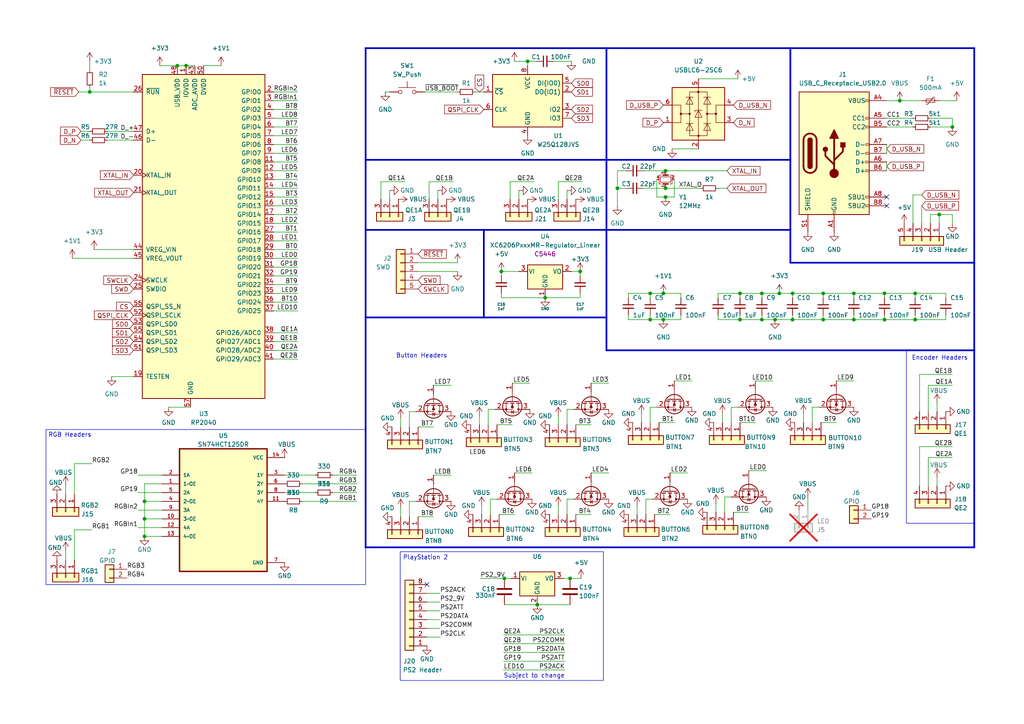
<source format=kicad_sch>
(kicad_sch (version 20230121) (generator eeschema)
  (paper "A4")
  (title_block (title "AXION Board") (date "2024-02-21") (rev "0.1") (company "Shitposter"))
  (lib_symbols
    (symbol "Conn_01x03_1" (pin_names (offset 1.016) hide)
      (property "Reference" "J5" (at 0.635 6.35 90))
      (property "Value" "QE1A" (at -1.905 6.985 90))
      (symbol "Conn_01x03_1_1_1"
        (pin passive line (at -5.08 2.54 0) (length 3.81) (name "Pin_1") (number "1"))
        (pin passive line (at -5.08 0 0) (length 3.81) (name "Pin_2") (number "2"))
      )
    )
    (symbol "Conn_01x05_1" (pin_names (offset 1.016) hide)
      (property "Reference" "J6" (at -0.635 10.16 0))
      (property "Value" "GPIO" (at 0.635 7.62 0))
      (symbol "Conn_01x05_1_1_1"
        (pin passive line (at -5.08 5.08 0) (length 3.81) (name "Pin_1") (number "1"))
        (pin passive line (at -5.08 2.54 0) (length 3.81) (name "Pin_2") (number "2"))
      )
    )
    (symbol "Connector:USB_C_Receptacle_USB2.0" (pin_names (offset 1.016))
      (property "Reference" "J" (at -10.16 19.05 0))
      (property "Value" "USB_C_Receptacle_USB2.0" (at 19.05 19.05 0))
      (symbol "USB_C_Receptacle_USB2.0_1_1"
        (pin passive line (at 0 -22.86 90) (length 5.08) (name "GND") (number "A1"))
        (pin passive line (at 0 -22.86 90) (length 5.08) hide (name "GND") (number "A12"))
        (pin passive line (at 15.24 15.24 180) (length 5.08) (name "VBUS") (number "A4"))
        (pin bidirectional line (at 15.24 10.16 180) (length 5.08) (name "CC1") (number "A5"))
        (pin bidirectional line (at 15.24 -2.54 180) (length 5.08) (name "D+") (number "A6"))
        (pin bidirectional line (at 15.24 2.54 180) (length 5.08) (name "D-") (number "A7"))
        (pin bidirectional line (at 15.24 -12.7 180) (length 5.08) (name "SBU1") (number "A8"))
        (pin passive line (at 15.24 15.24 180) (length 5.08) hide (name "VBUS") (number "A9"))
        (pin passive line (at 0 -22.86 90) (length 5.08) hide (name "GND") (number "B1"))
        (pin passive line (at 0 -22.86 90) (length 5.08) hide (name "GND") (number "B12"))
        (pin passive line (at 15.24 15.24 180) (length 5.08) hide (name "VBUS") (number "B4"))
        (pin bidirectional line (at 15.24 7.62 180) (length 5.08) (name "CC2") (number "B5"))
        (pin bidirectional line (at 15.24 -5.08 180) (length 5.08) (name "D+") (number "B6"))
        (pin bidirectional line (at 15.24 0 180) (length 5.08) (name "D-") (number "B7"))
        (pin bidirectional line (at 15.24 -15.24 180) (length 5.08) (name "SBU2") (number "B8"))
        (pin passive line (at 15.24 15.24 180) (length 5.08) hide (name "VBUS") (number "B9"))
        (pin passive line (at -7.62 -22.86 90) (length 5.08) (name "SHIELD") (number "S1"))
      )
    )
    (symbol "Connector_Generic:Conn_01x03" (pin_names (offset 1.016) hide)
      (property "Reference" "J" (at 0 5.08 0))
      (property "Value" "Conn_01x03" (at 0 -5.08 0))
      (symbol "Conn_01x03_1_1"
        (pin passive line (at -5.08 2.54 0) (length 3.81) (name "Pin_1") (number "1"))
        (pin passive line (at -5.08 0 0) (length 3.81) (name "Pin_2") (number "2"))
        (pin passive line (at -5.08 -2.54 0) (length 3.81) (name "Pin_3") (number "3"))
      )
    )
    (symbol "Connector_Generic:Conn_01x04" (pin_names (offset 1.016) hide)
      (property "Reference" "J" (at 0 5.08 0))
      (property "Value" "Conn_01x04" (at 0 -7.62 0))
      (symbol "Conn_01x04_1_1"
        (pin passive line (at -5.08 2.54 0) (length 3.81) (name "Pin_1") (number "1"))
        (pin passive line (at -5.08 0 0) (length 3.81) (name "Pin_2") (number "2"))
        (pin passive line (at -5.08 -2.54 0) (length 3.81) (name "Pin_3") (number "3"))
        (pin passive line (at -5.08 -5.08 0) (length 3.81) (name "Pin_4") (number "4"))
      )
    )
    (symbol "Connector_Generic:Conn_01x05" (pin_names (offset 1.016) hide)
      (property "Reference" "J" (at 0 7.62 0))
      (property "Value" "Conn_01x05" (at 0 -7.62 0))
      (symbol "Conn_01x05_1_1"
        (pin passive line (at -5.08 5.08 0) (length 3.81) (name "Pin_1") (number "1"))
        (pin passive line (at -5.08 2.54 0) (length 3.81) (name "Pin_2") (number "2"))
        (pin passive line (at -5.08 0 0) (length 3.81) (name "Pin_3") (number "3"))
        (pin passive line (at -5.08 -2.54 0) (length 3.81) (name "Pin_4") (number "4"))
        (pin passive line (at -5.08 -5.08 0) (length 3.81) (name "Pin_5") (number "5"))
      )
    )
    (symbol "Connector_Generic:Conn_01x08" (pin_names (offset 1.016) hide)
      (property "Reference" "J" (at 0 10.16 0))
      (property "Value" "Conn_01x08" (at 0 -12.7 0))
      (symbol "Conn_01x08_1_1"
        (pin passive line (at -5.08 7.62 0) (length 3.81) (name "Pin_1") (number "1"))
        (pin passive line (at -5.08 5.08 0) (length 3.81) (name "Pin_2") (number "2"))
        (pin passive line (at -5.08 2.54 0) (length 3.81) (name "Pin_3") (number "3"))
        (pin passive line (at -5.08 0 0) (length 3.81) (name "Pin_4") (number "4"))
        (pin passive line (at -5.08 -2.54 0) (length 3.81) (name "Pin_5") (number "5"))
        (pin passive line (at -5.08 -5.08 0) (length 3.81) (name "Pin_6") (number "6"))
        (pin passive line (at -5.08 -7.62 0) (length 3.81) (name "Pin_7") (number "7"))
        (pin passive line (at -5.08 -10.16 0) (length 3.81) (name "Pin_8") (number "8"))
      )
    )
    (symbol "Device:C" (pin_numbers hide) (pin_names (offset 0.254))
      (property "Reference" "C" (at 0.635 2.54 0))
      (property "Value" "C" (at 0.635 -2.54 0))
      (symbol "C_1_1"
        (pin passive line (at 0 3.81 270) (length 2.794) (name "~") (number "1"))
        (pin passive line (at 0 -3.81 90) (length 2.794) (name "~") (number "2"))
      )
    )
    (symbol "Device:C_Small" (pin_numbers hide) (pin_names (offset 0.254) hide)
      (property "Reference" "C" (at 0.254 1.778 0))
      (property "Value" "C_Small" (at 0.254 -2.032 0))
      (symbol "C_Small_1_1"
        (pin passive line (at 0 2.54 270) (length 2.032) (name "~") (number "1"))
        (pin passive line (at 0 -2.54 90) (length 2.032) (name "~") (number "2"))
      )
    )
    (symbol "Device:Crystal_GND24_Small" (pin_names (offset 1.016) hide)
      (property "Reference" "Y" (at 1.27 4.445 0))
      (property "Value" "Crystal_GND24_Small" (at 1.27 2.54 0))
      (symbol "Crystal_GND24_Small_1_1"
        (pin passive line (at -2.54 0 0) (length 1.27) (name "1") (number "1"))
        (pin passive line (at 0 -2.54 90) (length 0.635) (name "2") (number "2"))
        (pin passive line (at 2.54 0 180) (length 1.27) (name "3") (number "3"))
        (pin passive line (at 0 2.54 270) (length 0.635) (name "4") (number "4"))
      )
    )
    (symbol "Device:Polyfuse_Small" (pin_numbers hide) (pin_names (offset 0))
      (property "Reference" "F" (at -1.905 0 90))
      (property "Value" "Polyfuse_Small" (at 1.905 0 90))
      (symbol "Polyfuse_Small_1_1"
        (pin passive line (at 0 2.54 270) (length 0.635) (name "~") (number "1"))
        (pin passive line (at 0 -2.54 90) (length 0.635) (name "~") (number "2"))
      )
    )
    (symbol "Device:R_Small" (pin_numbers hide) (pin_names (offset 0.254) hide)
      (property "Reference" "R" (at 0.762 0.508 0))
      (property "Value" "R_Small" (at 0.762 -1.016 0))
      (symbol "R_Small_1_1"
        (pin passive line (at 0 2.54 270) (length 0.762) (name "~") (number "1"))
        (pin passive line (at 0 -2.54 90) (length 0.762) (name "~") (number "2"))
      )
    )
    (symbol "Memory_Flash:W25Q128JVS"
      (property "Reference" "U" (at -8.89 8.89 0))
      (property "Value" "W25Q128JVS" (at 7.62 8.89 0))
      (symbol "W25Q128JVS_1_1"
        (pin input line (at -12.7 2.54 0) (length 2.54) (name "~{CS}") (number "1"))
        (pin bidirectional line (at 12.7 2.54 180) (length 2.54) (name "DO(IO1)") (number "2"))
        (pin bidirectional line (at 12.7 -2.54 180) (length 2.54) (name "IO2") (number "3"))
        (pin power_in line (at 0 -10.16 90) (length 2.54) (name "GND") (number "4"))
        (pin bidirectional line (at 12.7 5.08 180) (length 2.54) (name "DI(IO0)") (number "5"))
        (pin input line (at -12.7 -2.54 0) (length 2.54) (name "CLK") (number "6"))
        (pin bidirectional line (at 12.7 -5.08 180) (length 2.54) (name "IO3") (number "7"))
        (pin power_in line (at 0 10.16 270) (length 2.54) (name "VCC") (number "8"))
      )
    )
    (symbol "Power_Protection:USBLC6-2SC6" (pin_names hide)
      (property "Reference" "U" (at 2.54 8.89 0))
      (property "Value" "USBLC6-2SC6" (at 2.54 -8.89 0))
      (symbol "USBLC6-2SC6_1_1"
        (pin passive line (at -10.16 -2.54 0) (length 2.54) (name "I/O1") (number "1"))
        (pin passive line (at 0 -10.16 90) (length 2.54) (name "GND") (number "2"))
        (pin passive line (at 10.16 -2.54 180) (length 2.54) (name "I/O2") (number "3"))
        (pin passive line (at 10.16 2.54 180) (length 2.54) (name "I/O2") (number "4"))
        (pin passive line (at 0 10.16 270) (length 2.54) (name "VBUS") (number "5"))
        (pin passive line (at -10.16 2.54 0) (length 2.54) (name "I/O1") (number "6"))
      )
    )
    (symbol "Regulator_Linear:LM7805_TO220" (pin_names (offset 0.254))
      (property "Reference" "U" (at -3.81 3.175 0))
      (property "Value" "LM7805_TO220" (at 0 3.175 0))
      (symbol "LM7805_TO220_1_1"
        (pin power_in line (at -7.62 0 0) (length 2.54) (name "VI") (number "1"))
        (pin power_in line (at 0 -7.62 90) (length 2.54) (name "GND") (number "2"))
        (pin power_out line (at 7.62 0 180) (length 2.54) (name "VO") (number "3"))
      )
    )
    (symbol "SN74HCT125D:SN74HCT125D" (pin_names (offset 1.016))
      (property "Reference" "U" (at -12.7 18.78 0))
      (property "Value" "SN74HCT125D" (at -12.7 -21.78 0))
      (symbol "SN74HCT125D_0_0"
        (pin input line (at -17.78 7.62 0) (length 5.08) (name "1~OE") (number "1"))
        (pin input line (at -17.78 -2.54 0) (length 5.08) (name "3~OE") (number "10"))
        (pin output line (at 17.78 2.54 180) (length 5.08) (name "4Y") (number "11"))
        (pin input line (at -17.78 -5.08 0) (length 5.08) (name "4A") (number "12"))
        (pin input line (at -17.78 -7.62 0) (length 5.08) (name "4~OE") (number "13"))
        (pin power_in line (at 17.78 15.24 180) (length 5.08) (name "VCC") (number "14"))
        (pin input line (at -17.78 10.16 0) (length 5.08) (name "1A") (number "2"))
        (pin output line (at 17.78 10.16 180) (length 5.08) (name "1Y") (number "3"))
        (pin input line (at -17.78 2.54 0) (length 5.08) (name "2~OE") (number "4"))
        (pin input line (at -17.78 5.08 0) (length 5.08) (name "2A") (number "5"))
        (pin output line (at 17.78 7.62 180) (length 5.08) (name "2Y") (number "6"))
        (pin power_in line (at 17.78 -15.24 180) (length 5.08) (name "GND") (number "7"))
        (pin output line (at 17.78 5.08 180) (length 5.08) (name "3Y") (number "8"))
        (pin input line (at -17.78 0 0) (length 5.08) (name "3A") (number "9"))
      )
    )
    (symbol "Sleep-lib:RP2040" (pin_names (offset 1.016))
      (property "Reference" "U" (at 8.89 51.435 0))
      (property "Value" "RP2040" (at 8.89 48.895 0))
      (symbol "RP2040_1_1"
        (pin power_in line (at -5.08 50.8 270) (length 2.54) (name "IOVDD") (number "1"))
        (pin power_in line (at -5.08 50.8 270) (length 2.54) hide (name "IOVDD") (number "10"))
        (pin input line (at 20.32 22.86 180) (length 2.54) (name "GPIO8") (number "11"))
        (pin input line (at 20.32 20.32 180) (length 2.54) (name "GPIO9") (number "12"))
        (pin input line (at 20.32 17.78 180) (length 2.54) (name "GPIO10") (number "13"))
        (pin input line (at 20.32 15.24 180) (length 2.54) (name "GPIO11") (number "14"))
        (pin input line (at 20.32 12.7 180) (length 2.54) (name "GPIO12") (number "15"))
        (pin input line (at 20.32 10.16 180) (length 2.54) (name "GPIO13") (number "16"))
        (pin input line (at 20.32 7.62 180) (length 2.54) (name "GPIO14") (number "17"))
        (pin input line (at 20.32 5.08 180) (length 2.54) (name "GPIO15") (number "18"))
        (pin input line (at -20.32 -39.37 0) (length 2.54) (name "TESTEN") (number "19"))
        (pin input line (at 20.32 43.18 180) (length 2.54) (name "GPIO0") (number "2"))
        (pin input clock (at -20.32 19.05 0) (length 2.54) (name "XTAL_IN") (number "20"))
        (pin input clock (at -20.32 13.97 0) (length 2.54) (name "XTAL_OUT") (number "21"))
        (pin power_in line (at -5.08 50.8 270) (length 2.54) hide (name "IOVDD") (number "22"))
        (pin power_in line (at 0 50.8 270) (length 2.54) hide (name "DVDD") (number "23"))
        (pin input clock (at -20.32 -11.43 0) (length 2.54) (name "SWCLK") (number "24"))
        (pin bidirectional line (at -20.32 -13.97 0) (length 2.54) (name "SWDIO") (number "25"))
        (pin input line (at -20.32 43.18 0) (length 2.54) (name "~{RUN}") (number "26"))
        (pin input line (at 20.32 2.54 180) (length 2.54) (name "GPIO16") (number "27"))
        (pin input line (at 20.32 0 180) (length 2.54) (name "GPIO17") (number "28"))
        (pin input line (at 20.32 -2.54 180) (length 2.54) (name "GPIO18") (number "29"))
        (pin input line (at 20.32 40.64 180) (length 2.54) (name "GPIO1") (number "3"))
        (pin input line (at 20.32 -5.08 180) (length 2.54) (name "GPIO19") (number "30"))
        (pin input line (at 20.32 -7.62 180) (length 2.54) (name "GPIO20") (number "31"))
        (pin input line (at 20.32 -10.16 180) (length 2.54) (name "GPIO21") (number "32"))
        (pin power_in line (at -5.08 50.8 270) (length 2.54) hide (name "IOVDD") (number "33"))
        (pin input line (at 20.32 -12.7 180) (length 2.54) (name "GPIO22") (number "34"))
        (pin input line (at 20.32 -15.24 180) (length 2.54) (name "GPIO23") (number "35"))
        (pin input line (at 20.32 -17.78 180) (length 2.54) (name "GPIO24") (number "36"))
        (pin input line (at 20.32 -20.32 180) (length 2.54) (name "GPIO25") (number "37"))
        (pin input line (at 20.32 -26.67 180) (length 2.54) (name "GPIO26/ADC0") (number "38"))
        (pin input line (at 20.32 -29.21 180) (length 2.54) (name "GPIO27/ADC1") (number "39"))
        (pin input line (at 20.32 38.1 180) (length 2.54) (name "GPIO2") (number "4"))
        (pin input line (at 20.32 -31.75 180) (length 2.54) (name "GPIO28/ADC2") (number "40"))
        (pin input line (at 20.32 -34.29 180) (length 2.54) (name "GPIO29/ADC3") (number "41"))
        (pin power_in line (at -5.08 50.8 270) (length 2.54) hide (name "IOVDD") (number "42"))
        (pin power_in line (at -2.54 50.8 270) (length 2.54) (name "ADC_AVDD") (number "43"))
        (pin power_in line (at -20.32 -2.54 0) (length 2.54) (name "VREG_VIN") (number "44"))
        (pin power_out line (at -20.32 -5.08 0) (length 2.54) (name "VREG_VOUT") (number "45"))
        (pin bidirectional line (at -20.32 29.21 0) (length 2.54) (name "D-") (number "46"))
        (pin bidirectional line (at -20.32 31.75 0) (length 2.54) (name "D+") (number "47"))
        (pin power_in line (at -7.62 50.8 270) (length 2.54) (name "USB_VDD") (number "48"))
        (pin power_in line (at -5.08 50.8 270) (length 2.54) hide (name "IOVDD") (number "49"))
        (pin input line (at 20.32 35.56 180) (length 2.54) (name "GPIO3") (number "5"))
        (pin power_in line (at 0 50.8 270) (length 2.54) (name "DVDD") (number "50"))
        (pin bidirectional line (at -20.32 -31.75 0) (length 2.54) (name "QSPI_SD3") (number "51"))
        (pin input clock (at -20.32 -21.59 0) (length 2.54) (name "QSPI_SCLK") (number "52"))
        (pin bidirectional line (at -20.32 -24.13 0) (length 2.54) (name "QSPI_SD0") (number "53"))
        (pin bidirectional line (at -20.32 -29.21 0) (length 2.54) (name "QSPI_SD2") (number "54"))
        (pin bidirectional line (at -20.32 -26.67 0) (length 2.54) (name "QSPI_SD1") (number "55"))
        (pin bidirectional line (at -20.32 -19.05 0) (length 2.54) (name "QSPI_SS_N") (number "56"))
        (pin power_in line (at -3.81 -48.26 90) (length 2.54) (name "GND") (number "57"))
        (pin input line (at 20.32 33.02 180) (length 2.54) (name "GPIO4") (number "6"))
        (pin input line (at 20.32 30.48 180) (length 2.54) (name "GPIO5") (number "7"))
        (pin input line (at 20.32 27.94 180) (length 2.54) (name "GPIO6") (number "8"))
        (pin input line (at 20.32 25.4 180) (length 2.54) (name "GPIO7") (number "9"))
      )
    )
    (symbol "Switch:SW_Push" (pin_numbers hide) (pin_names (offset 1.016) hide)
      (property "Reference" "SW" (at 1.27 2.54 0))
      (property "Value" "SW_Push" (at 0 -1.524 0))
      (symbol "SW_Push_0_1"
        (pin passive line (at -5.08 0 0) (length 2.54) (name "1") (number "1"))
        (pin passive line (at 5.08 0 180) (length 2.54) (name "2") (number "2"))
      )
    )
    (symbol "Transistor_FET:BSS138" (pin_names hide)
      (property "Reference" "Q" (at 5.08 1.905 0))
      (property "Value" "BSS138" (at 5.08 0 0))
      (symbol "BSS138_1_1"
        (pin input line (at -5.08 0 0) (length 2.54) (name "G") (number "1"))
        (pin passive line (at 2.54 -5.08 90) (length 2.54) (name "S") (number "2"))
        (pin passive line (at 2.54 5.08 270) (length 2.54) (name "D") (number "3"))
      )
    )
    (symbol "kicad-keyboard-parts:XC6206PxxxMR-Regulator_Linear" (pin_names (offset 0.254))
      (property "Reference" "U" (at -3.81 3.175 0))
      (property "Value" "XC6206PxxxMR-Regulator_Linear" (at 0 3.175 0))
      (property "LCSC" "C5446" (at 0 0 0))
      (symbol "XC6206PxxxMR-Regulator_Linear_1_1"
        (pin power_in line (at 0 -7.62 90) (length 2.54) (name "GND") (number "1"))
        (pin power_out line (at 7.62 0 180) (length 2.54) (name "VO") (number "2"))
        (pin power_in line (at -7.62 0 0) (length 2.54) (name "VI") (number "3"))
      )
    )
    (symbol "power:+1V1" (power) (pin_names (offset 0))
      (property "Value" "+1V1" (at 0 3.556 0))
      (symbol "+1V1_1_1"
        (pin power_in line (at 0 0 90) (length 0) hide (name "+1V1") (number "1"))
      )
    )
    (symbol "power:+3.3V" (power) (pin_names (offset 0))
      (property "Value" "+3.3V" (at 0 3.556 0))
      (symbol "+3.3V_1_1"
        (pin power_in line (at 0 0 90) (length 0) hide (name "+3V3") (number "1"))
      )
    )
    (symbol "power:+3V3" (power) (pin_names (offset 0))
      (property "Value" "+3V3" (at 0 3.556 0))
      (symbol "+3V3_1_1"
        (pin power_in line (at 0 0 90) (length 0) hide (name "+3V3") (number "1"))
      )
    )
    (symbol "power:+5V" (power) (pin_names (offset 0))
      (property "Value" "+5V" (at 0 3.556 0))
      (symbol "+5V_1_1"
        (pin power_in line (at 0 0 90) (length 0) hide (name "+5V") (number "1"))
      )
    )
    (symbol "power:GND" (power) (pin_names (offset 0))
      (property "Value" "GND" (at 0 -3.81 0))
      (symbol "GND_1_1"
        (pin power_in line (at 0 0 270) (length 0) hide (name "GND") (number "1"))
      )
    )
    (symbol "power:VBUS" (power) (pin_names (offset 0))
      (property "Value" "VBUS" (at 0 3.81 0))
      (symbol "VBUS_1_1"
        (pin power_in line (at 0 0 90) (length 0) hide (name "VBUS") (number "1"))
      )
    )
  )
  (junction (at 193.04 57.15))
  (junction (at 193.04 54.61))
  (junction (at 53.975 19.05))
  (junction (at 224.79 92.71))
  (junction (at 220.98 92.71))
  (junction (at 238.76 92.71))
  (junction (at 238.76 85.09))
  (junction (at 247.65 92.71))
  (junction (at 26.035 26.67))
  (junction (at 168.275 78.74) (diameter 0.9144))
  (junction (at 256.54 85.09))
  (junction (at 247.65 85.09))
  (junction (at 256.54 92.71))
  (junction (at 155.829 175.387))
  (junction (at 153.035 17.78))
  (junction (at 214.63 85.09))
  (junction (at 276.225 36.83))
  (junction (at 41.91 150.495))
  (junction (at 220.98 85.09))
  (junction (at 188.595 85.09))
  (junction (at 41.91 155.575))
  (junction (at 179.07 54.61))
  (junction (at 226.06 85.09))
  (junction (at 260.985 29.21))
  (junction (at 214.63 92.71))
  (junction (at 272.415 62.23))
  (junction (at 41.91 145.415))
  (junction (at 165.354 167.767))
  (junction (at 146.304 167.767))
  (junction (at 145.415 78.74) (diameter 0.9144))
  (junction (at 229.87 85.09))
  (junction (at 51.435 19.05))
  (junction (at 229.87 92.71))
  (junction (at 158.115 86.36) (diameter 0.9144))
  (junction (at 265.43 92.71))
  (junction (at 188.595 92.71))
  (junction (at 265.43 85.09))
  (junction (at 192.405 85.09))
  (junction (at 193.04 49.53))
  (junction (at 192.405 92.71))
  (no_connect (at 257.175 59.69))
  (no_connect (at 257.175 57.15))
  (no_connect (at 123.825 169.545))
  (wire (pts (xy 79.375 26.67) (xy 86.36 26.67)))
  (wire (pts (xy 123.825 179.705) (xy 127.635 179.705)))
  (wire (pts (xy 21.59 134.493) (xy 26.67 134.493)))
  (wire (pts (xy 184.785 146.685) (xy 184.785 149.225)))
  (wire (pts (xy 125.73 123.825) (xy 121.285 123.825)))
  (wire (pts (xy 229.87 85.09) (xy 238.76 85.09)))
  (wire (pts (xy 238.76 85.09) (xy 238.76 86.36)))
  (wire (pts (xy 23.495 40.64) (xy 26.035 40.64)))
  (polyline (pts (xy 175.895 13.97) (xy 229.235 13.97)) (stroke (width 0.5) (type solid)))
  (wire (pts (xy 269.24 132.715) (xy 276.225 132.715)))
  (wire (pts (xy 161.925 52.705) (xy 161.925 57.785)))
  (wire (pts (xy 124.46 52.705) (xy 124.46 57.785)))
  (wire (pts (xy 186.69 54.61) (xy 193.04 54.61)))
  (wire (pts (xy 193.04 54.61) (xy 203.2 54.61)))
  (wire (pts (xy 208.28 54.61) (xy 210.82 54.61)))
  (wire (pts (xy 214.63 91.44) (xy 214.63 92.71)))
  (wire (pts (xy 79.375 82.55) (xy 86.36 82.55)))
  (wire (pts (xy 79.375 49.53) (xy 86.36 49.53)))
  (wire (pts (xy 110.49 52.705) (xy 117.475 52.705)))
  (wire (pts (xy 207.645 146.05) (xy 207.645 148.59)))
  (wire (pts (xy 158.115 86.36) (xy 145.415 86.36)))
  (wire (pts (xy 79.375 72.39) (xy 86.36 72.39)))
  (wire (pts (xy 21.59 153.67) (xy 26.67 153.67)))
  (wire (pts (xy 79.375 52.07) (xy 86.36 52.07)))
  (wire (pts (xy 256.54 85.09) (xy 265.43 85.09)))
  (wire (pts (xy 265.43 85.09) (xy 265.43 86.36)))
  (wire (pts (xy 247.65 85.09) (xy 256.54 85.09)))
  (wire (pts (xy 238.76 85.09) (xy 247.65 85.09)))
  (wire (pts (xy 127 55.245) (xy 127 57.785)))
  (wire (pts (xy 163.83 191.77) (xy 146.05 191.77)))
  (wire (pts (xy 179.07 54.61) (xy 179.07 59.69)))
  (wire (pts (xy 272.415 29.21) (xy 277.495 29.21)))
  (wire (pts (xy 79.375 31.75) (xy 86.36 31.75)))
  (wire (pts (xy 161.925 120.65) (xy 161.925 123.19)))
  (wire (pts (xy 149.225 149.225) (xy 144.78 149.225)))
  (wire (pts (xy 147.955 52.705) (xy 147.955 57.785)))
  (wire (pts (xy 46.99 137.795) (xy 40.005 137.795)))
  (wire (pts (xy 264.795 56.515) (xy 264.795 64.77)))
  (wire (pts (xy 31.115 38.1) (xy 38.735 38.1)))
  (wire (pts (xy 186.055 120.015) (xy 186.055 122.555)))
  (wire (pts (xy 148.59 123.19) (xy 144.145 123.19)))
  (wire (pts (xy 79.375 69.85) (xy 86.36 69.85)))
  (wire (pts (xy 41.91 140.335) (xy 46.99 140.335)))
  (polyline (pts (xy 106.045 158.75) (xy 106.045 101.6)) (stroke (width 0.5) (type solid)))
  (wire (pts (xy 264.795 56.515) (xy 267.335 56.515)))
  (wire (pts (xy 163.83 186.69) (xy 146.05 186.69)))
  (wire (pts (xy 165.735 78.74) (xy 168.275 78.74)))
  (wire (pts (xy 79.375 67.31) (xy 86.36 67.31)))
  (wire (pts (xy 242.57 122.555) (xy 238.125 122.555)))
  (wire (pts (xy 82.55 142.875) (xy 91.44 142.875)))
  (wire (pts (xy 234.315 144.145) (xy 234.315 147.955)))
  (wire (pts (xy 257.175 34.29) (xy 264.795 34.29)))
  (wire (pts (xy 235.585 118.11) (xy 237.49 118.11)))
  (wire (pts (xy 87.63 140.335) (xy 103.505 140.335)))
  (wire (pts (xy 116.205 147.32) (xy 116.205 149.86)))
  (wire (pts (xy 96.52 142.875) (xy 103.505 142.875)))
  (wire (pts (xy 123.825 172.085) (xy 127.635 172.085)))
  (wire (pts (xy 147.955 52.705) (xy 154.94 52.705)))
  (polyline (pts (xy 282.575 158.75) (xy 282.575 101.6)) (stroke (width 0.5) (type solid)))
  (wire (pts (xy 269.24 111.76) (xy 276.225 111.76)))
  (wire (pts (xy 142.24 144.78) (xy 144.145 144.78)))
  (wire (pts (xy 86.36 77.47) (xy 79.375 77.47)))
  (wire (pts (xy 125.73 111.76) (xy 130.81 111.76)))
  (wire (pts (xy 269.875 62.23) (xy 269.875 64.77)))
  (wire (pts (xy 150.495 55.245) (xy 150.495 57.785)))
  (wire (pts (xy 163.83 184.15) (xy 146.05 184.15)))
  (wire (pts (xy 190.5 52.07) (xy 190.5 57.15)))
  (wire (pts (xy 190.5 57.15) (xy 193.04 57.15)))
  (wire (pts (xy 269.875 62.23) (xy 272.415 62.23)))
  (wire (pts (xy 161.925 146.685) (xy 161.925 149.225)))
  (wire (pts (xy 125.73 137.795) (xy 130.81 137.795)))
  (wire (pts (xy 79.375 44.45) (xy 86.36 44.45)))
  (wire (pts (xy 79.375 96.52) (xy 86.36 96.52)))
  (wire (pts (xy 79.375 59.69) (xy 86.36 59.69)))
  (wire (pts (xy 132.715 78.74) (xy 121.285 78.74)))
  (wire (pts (xy 59.055 19.05) (xy 64.135 19.05)))
  (wire (pts (xy 46.99 150.495) (xy 41.91 150.495)))
  (wire (pts (xy 210.185 148.59) (xy 210.185 144.145)))
  (wire (pts (xy 188.595 91.44) (xy 188.595 92.71)))
  (wire (pts (xy 79.375 57.15) (xy 86.36 57.15)))
  (wire (pts (xy 96.52 137.795) (xy 103.505 137.795)))
  (wire (pts (xy 23.495 38.1) (xy 26.035 38.1)))
  (wire (pts (xy 121.285 76.2) (xy 132.715 76.2)))
  (wire (pts (xy 86.36 80.01) (xy 79.375 80.01)))
  (polyline (pts (xy 282.575 101.6) (xy 282.575 76.2)) (stroke (width 0.5) (type solid)))
  (wire (pts (xy 113.03 55.245) (xy 113.03 57.785)))
  (wire (pts (xy 21.59 162.433) (xy 21.59 153.67)))
  (wire (pts (xy 51.435 19.05) (xy 53.975 19.05)))
  (wire (pts (xy 46.355 19.05) (xy 51.435 19.05)))
  (wire (pts (xy 53.975 19.05) (xy 56.515 19.05)))
  (wire (pts (xy 208.28 85.09) (xy 214.63 85.09)))
  (wire (pts (xy 195.58 57.15) (xy 193.04 57.15)))
  (wire (pts (xy 195.58 52.07) (xy 195.58 57.15)))
  (wire (pts (xy 46.99 147.955) (xy 40.005 147.955)))
  (polyline (pts (xy 175.895 46.355) (xy 229.235 46.355)) (stroke (width 0.5) (type solid)))
  (wire (pts (xy 266.7 108.585) (xy 276.225 108.585)))
  (wire (pts (xy 46.99 153.035) (xy 40.005 153.035)))
  (wire (pts (xy 271.78 116.84) (xy 271.78 119.38)))
  (wire (pts (xy 79.375 34.29) (xy 86.36 34.29)))
  (wire (pts (xy 125.73 149.86) (xy 121.285 149.86)))
  (wire (pts (xy 79.375 90.17) (xy 86.36 90.17)))
  (wire (pts (xy 179.07 54.61) (xy 181.61 54.61)))
  (wire (pts (xy 181.61 49.53) (xy 179.07 49.53)))
  (wire (pts (xy 179.07 49.53) (xy 179.07 54.61)))
  (wire (pts (xy 79.375 62.23) (xy 86.36 62.23)))
  (wire (pts (xy 124.46 52.705) (xy 131.445 52.705)))
  (wire (pts (xy 269.875 34.29) (xy 276.225 34.29)))
  (wire (pts (xy 276.225 34.29) (xy 276.225 36.83)))
  (wire (pts (xy 118.745 123.825) (xy 118.745 119.38)))
  (wire (pts (xy 165.354 167.767) (xy 168.529 167.767)))
  (wire (pts (xy 79.375 64.77) (xy 86.36 64.77)))
  (wire (pts (xy 214.63 85.09) (xy 214.63 86.36)))
  (wire (pts (xy 212.09 122.555) (xy 212.09 118.11)))
  (wire (pts (xy 48.895 118.11) (xy 55.245 118.11)))
  (wire (pts (xy 266.7 108.585) (xy 266.7 119.38)))
  (wire (pts (xy 27.305 72.39) (xy 38.735 72.39)))
  (wire (pts (xy 142.24 149.225) (xy 142.24 144.78)))
  (wire (pts (xy 164.465 144.78) (xy 166.37 144.78)))
  (wire (pts (xy 32.385 109.22) (xy 38.735 109.22)))
  (wire (pts (xy 229.87 92.71) (xy 238.76 92.71)))
  (wire (pts (xy 238.76 92.71) (xy 238.76 91.44)))
  (wire (pts (xy 149.225 17.78) (xy 153.035 17.78)))
  (wire (pts (xy 217.17 148.59) (xy 212.725 148.59)))
  (wire (pts (xy 79.375 87.63) (xy 86.36 87.63)))
  (wire (pts (xy 118.745 145.415) (xy 120.65 145.415)))
  (wire (pts (xy 160.655 17.78) (xy 165.735 17.78)))
  (wire (pts (xy 46.99 145.415) (xy 41.91 145.415)))
  (wire (pts (xy 188.595 118.11) (xy 190.5 118.11)))
  (wire (pts (xy 171.45 149.225) (xy 167.005 149.225)))
  (wire (pts (xy 272.415 62.23) (xy 272.415 64.77)))
  (wire (pts (xy 79.375 39.37) (xy 86.36 39.37)))
  (wire (pts (xy 247.65 85.09) (xy 247.65 86.36)))
  (wire (pts (xy 171.45 123.19) (xy 167.005 123.19)))
  (wire (pts (xy 41.91 150.495) (xy 41.91 155.575)))
  (wire (pts (xy 219.075 110.49) (xy 224.155 110.49)))
  (wire (pts (xy 111.76 26.67) (xy 113.03 26.67)))
  (wire (pts (xy 118.745 119.38) (xy 120.65 119.38)))
  (wire (pts (xy 247.65 91.44) (xy 247.65 92.71)))
  (wire (pts (xy 145.415 78.74) (xy 150.495 78.74)))
  (polyline (pts (xy 106.045 158.75) (xy 282.575 158.75)) (stroke (width 0.5) (type solid)))
  (wire (pts (xy 79.375 85.09) (xy 86.36 85.09)))
  (wire (pts (xy 187.325 149.225) (xy 187.325 144.78)))
  (polyline (pts (xy 140.335 92.075) (xy 140.335 66.675)) (stroke (width 0.5) (type solid)))
  (wire (pts (xy 220.98 91.44) (xy 220.98 92.71)))
  (wire (pts (xy 110.49 52.705) (xy 110.49 57.785)))
  (wire (pts (xy 148.59 111.125) (xy 153.67 111.125)))
  (wire (pts (xy 168.275 85.09) (xy 168.275 86.36)))
  (polyline (pts (xy 175.895 101.6) (xy 175.895 76.2)) (stroke (width 0.5) (type solid)))
  (wire (pts (xy 87.63 145.415) (xy 103.505 145.415)))
  (wire (pts (xy 82.55 137.795) (xy 91.44 137.795)))
  (wire (pts (xy 168.275 78.74) (xy 168.275 80.01)))
  (wire (pts (xy 217.17 136.525) (xy 222.25 136.525)))
  (wire (pts (xy 164.465 123.19) (xy 164.465 118.745)))
  (wire (pts (xy 192.405 92.71) (xy 197.485 92.71)))
  (wire (pts (xy 197.485 92.71) (xy 197.485 91.44)))
  (wire (pts (xy 265.43 85.09) (xy 274.32 85.09)))
  (wire (pts (xy 274.32 85.09) (xy 274.32 86.36)))
  (wire (pts (xy 212.09 118.11) (xy 213.995 118.11)))
  (wire (pts (xy 149.225 137.16) (xy 154.305 137.16)))
  (wire (pts (xy 194.31 137.16) (xy 199.39 137.16)))
  (polyline (pts (xy 106.045 76.2) (xy 106.045 13.97)) (stroke (width 0.5) (type solid)))
  (wire (pts (xy 146.304 167.767) (xy 148.209 167.767)))
  (wire (pts (xy 163.83 194.31) (xy 146.05 194.31)))
  (wire (pts (xy 145.415 78.74) (xy 145.415 80.01)))
  (wire (pts (xy 235.585 122.555) (xy 235.585 118.11)))
  (polyline (pts (xy 106.045 92.075) (xy 175.895 92.075)) (stroke (width 0.5) (type solid)))
  (wire (pts (xy 123.825 184.785) (xy 127.635 184.785)))
  (wire (pts (xy 220.98 85.09) (xy 214.63 85.09)))
  (wire (pts (xy 220.98 85.09) (xy 220.98 86.36)))
  (wire (pts (xy 214.63 92.71) (xy 220.98 92.71)))
  (polyline (pts (xy 106.045 101.6) (xy 106.045 76.2)) (stroke (width 0.5) (type solid)))
  (wire (pts (xy 229.87 92.71) (xy 229.87 91.44)))
  (wire (pts (xy 266.7 129.54) (xy 266.7 140.97)))
  (wire (pts (xy 79.375 74.93) (xy 86.36 74.93)))
  (wire (pts (xy 256.54 85.09) (xy 256.54 86.36)))
  (wire (pts (xy 195.58 110.49) (xy 200.66 110.49)))
  (wire (pts (xy 164.465 55.245) (xy 164.465 57.785)))
  (wire (pts (xy 229.87 85.09) (xy 229.87 86.36)))
  (wire (pts (xy 276.225 62.23) (xy 276.225 64.77)))
  (polyline (pts (xy 106.045 46.355) (xy 175.895 46.355)) (stroke (width 0.5) (type solid)))
  (wire (pts (xy 153.035 17.78) (xy 153.035 19.05)))
  (wire (pts (xy 256.54 92.71) (xy 265.43 92.71)))
  (wire (pts (xy 247.65 92.71) (xy 256.54 92.71)))
  (wire (pts (xy 265.43 92.71) (xy 265.43 91.44)))
  (wire (pts (xy 238.76 92.71) (xy 247.65 92.71)))
  (wire (pts (xy 257.175 41.91) (xy 257.175 44.45)))
  (wire (pts (xy 79.375 101.6) (xy 86.36 101.6)))
  (wire (pts (xy 276.225 62.23) (xy 272.415 62.23)))
  (wire (pts (xy 26.035 25.4) (xy 26.035 26.67)))
  (wire (pts (xy 139.065 120.65) (xy 139.065 123.19)))
  (wire (pts (xy 163.449 167.767) (xy 165.354 167.767)))
  (wire (pts (xy 192.405 85.09) (xy 197.485 85.09)))
  (wire (pts (xy 197.485 85.09) (xy 197.485 86.36)))
  (wire (pts (xy 209.55 120.015) (xy 209.55 122.555)))
  (wire (pts (xy 139.7 146.685) (xy 139.7 149.225)))
  (wire (pts (xy 161.925 52.705) (xy 168.91 52.705)))
  (wire (pts (xy 256.54 91.44) (xy 256.54 92.71)))
  (polyline (pts (xy 175.895 66.675) (xy 229.235 66.675)) (stroke (width 0.5) (type solid)))
  (wire (pts (xy 182.245 92.71) (xy 188.595 92.71)))
  (wire (pts (xy 182.245 91.44) (xy 182.245 92.71)))
  (wire (pts (xy 79.375 29.21) (xy 86.36 29.21)))
  (wire (pts (xy 188.595 85.09) (xy 188.595 86.36)))
  (wire (pts (xy 38.735 74.93) (xy 20.955 74.93)))
  (wire (pts (xy 208.28 91.44) (xy 208.28 92.71)))
  (wire (pts (xy 267.335 59.69) (xy 267.335 64.77)))
  (wire (pts (xy 208.28 92.71) (xy 214.63 92.71)))
  (wire (pts (xy 79.375 36.83) (xy 86.36 36.83)))
  (wire (pts (xy 79.375 41.91) (xy 86.36 41.91)))
  (wire (pts (xy 41.91 155.575) (xy 46.99 155.575)))
  (wire (pts (xy 171.45 111.125) (xy 176.53 111.125)))
  (wire (pts (xy 194.945 43.18) (xy 202.565 43.18)))
  (wire (pts (xy 257.175 46.99) (xy 257.175 49.53)))
  (wire (pts (xy 141.605 123.19) (xy 141.605 118.745)))
  (wire (pts (xy 220.98 92.71) (xy 224.79 92.71)))
  (polyline (pts (xy 106.045 66.675) (xy 175.895 66.675)) (stroke (width 0.5) (type solid)))
  (wire (pts (xy 242.57 110.49) (xy 247.65 110.49)))
  (wire (pts (xy 274.32 92.71) (xy 274.32 91.44)))
  (wire (pts (xy 265.43 92.71) (xy 274.32 92.71)))
  (wire (pts (xy 46.99 142.875) (xy 40.005 142.875)))
  (wire (pts (xy 257.175 29.21) (xy 260.985 29.21)))
  (wire (pts (xy 260.985 29.21) (xy 267.335 29.21)))
  (polyline (pts (xy 229.235 13.97) (xy 229.235 76.2)) (stroke (width 0.5) (type solid)))
  (polyline (pts (xy 229.235 76.2) (xy 282.575 76.2)) (stroke (width 0.5) (type solid)))
  (polyline (pts (xy 229.235 13.97) (xy 282.575 13.97)) (stroke (width 0.5) (type solid)))
  (polyline (pts (xy 282.575 76.2) (xy 282.575 13.97)) (stroke (width 0.5) (type solid)))
  (wire (pts (xy 41.91 145.415) (xy 41.91 140.335)))
  (wire (pts (xy 22.86 26.67) (xy 26.035 26.67)))
  (wire (pts (xy 26.035 26.67) (xy 38.735 26.67)))
  (wire (pts (xy 19.05 159.766) (xy 19.05 162.433)))
  (wire (pts (xy 269.24 132.715) (xy 269.24 140.97)))
  (wire (pts (xy 123.19 26.67) (xy 132.715 26.67)))
  (wire (pts (xy 137.795 26.67) (xy 140.335 26.67)))
  (wire (pts (xy 164.465 149.225) (xy 164.465 144.78)))
  (wire (pts (xy 257.175 36.83) (xy 264.795 36.83)))
  (polyline (pts (xy 175.895 76.2) (xy 175.895 13.97)) (stroke (width 0.5) (type solid)))
  (polyline (pts (xy 175.895 101.6) (xy 282.575 101.6)) (stroke (width 0.5) (type solid)))
  (wire (pts (xy 153.035 17.78) (xy 155.575 17.78)))
  (wire (pts (xy 41.91 145.415) (xy 41.91 150.495)))
  (wire (pts (xy 116.205 121.285) (xy 116.205 123.825)))
  (wire (pts (xy 194.31 149.225) (xy 189.865 149.225)))
  (wire (pts (xy 269.24 111.76) (xy 269.24 119.38)))
  (wire (pts (xy 79.375 54.61) (xy 86.36 54.61)))
  (polyline (pts (xy 106.045 13.97) (xy 175.895 13.97)) (stroke (width 0.5) (type solid)))
  (wire (pts (xy 269.875 36.83) (xy 276.225 36.83)))
  (wire (pts (xy 118.745 149.86) (xy 118.745 145.415)))
  (wire (pts (xy 164.465 118.745) (xy 166.37 118.745)))
  (wire (pts (xy 21.59 143.383) (xy 21.59 134.493)))
  (wire (pts (xy 145.415 85.09) (xy 145.415 86.36)))
  (wire (pts (xy 155.829 175.387) (xy 165.354 175.387)))
  (wire (pts (xy 146.304 175.387) (xy 155.829 175.387)))
  (wire (pts (xy 79.375 99.06) (xy 86.36 99.06)))
  (wire (pts (xy 188.595 122.555) (xy 188.595 118.11)))
  (wire (pts (xy 219.075 122.555) (xy 214.63 122.555)))
  (wire (pts (xy 171.45 137.16) (xy 176.53 137.16)))
  (wire (pts (xy 186.69 49.53) (xy 193.04 49.53)))
  (wire (pts (xy 79.375 104.14) (xy 86.36 104.14)))
  (wire (pts (xy 188.595 92.71) (xy 192.405 92.71)))
  (wire (pts (xy 158.115 86.36) (xy 168.275 86.36)))
  (wire (pts (xy 123.825 177.165) (xy 127.635 177.165)))
  (wire (pts (xy 210.185 144.145) (xy 212.09 144.145)))
  (wire (pts (xy 19.05 140.716) (xy 19.05 143.383)))
  (wire (pts (xy 141.605 118.745) (xy 143.51 118.745)))
  (wire (pts (xy 188.595 85.09) (xy 182.245 85.09)))
  (wire (pts (xy 192.405 85.09) (xy 188.595 85.09)))
  (wire (pts (xy 182.245 85.09) (xy 182.245 86.36)))
  (wire (pts (xy 195.58 122.555) (xy 191.135 122.555)))
  (wire (pts (xy 123.825 182.245) (xy 127.635 182.245)))
  (wire (pts (xy 271.78 138.43) (xy 271.78 140.97)))
  (wire (pts (xy 187.325 144.78) (xy 189.23 144.78)))
  (wire (pts (xy 163.83 189.23) (xy 146.05 189.23)))
  (wire (pts (xy 208.28 86.36) (xy 208.28 85.09)))
  (wire (pts (xy 220.98 85.09) (xy 226.06 85.09)))
  (wire (pts (xy 226.06 85.09) (xy 229.87 85.09)))
  (wire (pts (xy 139.319 167.767) (xy 146.304 167.767)))
  (wire (pts (xy 224.79 92.71) (xy 229.87 92.71)))
  (wire (pts (xy 31.115 40.64) (xy 38.735 40.64)))
  (wire (pts (xy 266.7 129.54) (xy 276.225 129.54)))
  (wire (pts (xy 123.825 174.625) (xy 127.635 174.625)))
  (wire (pts (xy 79.375 46.99) (xy 86.36 46.99)))
  (wire (pts (xy 193.04 49.53) (xy 210.82 49.53)))
  (wire (pts (xy 233.045 120.015) (xy 233.045 122.555)))
  (wire (pts (xy 202.565 22.86) (xy 213.995 22.86)))
  (wire (pts (xy 26.035 17.78) (xy 26.035 20.32)))
  (rectangle (start 13.335 124.587) (end 106.045 169.545))
  (rectangle (start 262.89 101.727) (end 282.575 151.765))
  (rectangle (start 116.078 160.02) (end 175.006 197.358))
  (text "Button Headers" (at 114.808 104.013 0) (effects (font (size 1.27 1.27)) (justify left bottom)))
  (text "PlayStation 2" (at 116.84 162.56 0) (effects (font (size 1.27 1.27)) (justify left bottom)))
  (text "RGB Headers" (at 13.97 127 0) (effects (font (size 1.27 1.27)) (justify left bottom)))
  (text "Subject to change" (at 146.05 196.85 0) (effects (font (size 1.27 1.27)) (justify left bottom)))
  (text "Encoder Headers" (at 264.414 104.648 0) (effects (font (size 1.27 1.27)) (justify left bottom)))
  (label "BT6" (at 149.225 149.225 180))
  (label "BT9" (at 86.36 82.55 180))
  (label "BT0" (at 86.36 72.39 180))
  (label "CC1" (at 257.175 34.29 0))
  (label "QE1B" (at 276.225 108.585 180))
  (label "QE1B" (at 131.445 52.705 180))
  (label "BT7" (at 125.73 123.825 180))
  (label "LED3" (at 176.53 111.125 180))
  (label "GP19" (at 86.36 80.01 180))
  (label "RGB1" (at 103.505 145.415 180))
  (label "BT4" (at 86.36 52.07 180))
  (label "GP19" (at 252.73 150.495 0))
  (label "PS2_9V" (at 127.635 174.625 0))
  (label "LED6" (at 86.36 44.45 180))
  (label "BT7" (at 86.36 36.83 180))
  (label "LED4" (at 86.36 54.61 180))
  (label "RGBIn2" (at 86.36 26.67 180))
  (label "QE2B" (at 86.36 104.14 180))
  (label "PS2ATT" (at 163.83 191.77 180))
  (label "RGBIn1" (at 86.36 29.21 180))
  (label "PS2COMM" (at 127.635 182.245 0))
  (label "PS2ACK" (at 127.635 172.085 0))
  (label "LED6" (at 140.97 132.08 180))
  (label "PS2DATA" (at 127.635 179.705 0))
  (label "PS2ATT" (at 127.635 177.165 0))
  (label "LED7" (at 86.36 39.37 180))
  (label "PS2COMM" (at 163.83 186.69 180))
  (label "RGB3" (at 36.83 165.1 0))
  (label "BT2" (at 194.31 149.225 180))
  (label "LED6" (at 154.305 137.16 180))
  (label "RGB1" (at 26.67 153.67 0))
  (label "QE1A" (at 117.475 52.705 180))
  (label "BT5" (at 86.36 46.99 180))
  (label "QE2B" (at 276.225 129.54 180))
  (label "RGB2" (at 26.67 134.493 0))
  (label "QE2B" (at 168.91 52.705 180))
  (label "BT6" (at 86.36 41.91 180))
  (label "LED1" (at 86.36 69.85 180))
  (label "BT3" (at 86.36 57.15 180))
  (label "RGB4" (at 103.505 137.795 180))
  (label "BT8" (at 125.73 149.86 180))
  (label "BT2" (at 86.36 62.23 180))
  (label "XTAL_O" (at 196.85 54.61 0))
  (label "QE2B" (at 146.05 186.69 0))
  (label "LED2" (at 199.39 137.16 180))
  (label "QE2A" (at 154.94 52.705 180))
  (label "LED9" (at 247.65 110.49 180))
  (label "QE2A" (at 86.36 101.6 180))
  (label "LED2" (at 86.36 64.77 180))
  (label "LED5" (at 86.36 49.53 180))
  (label "LED3" (at 86.36 59.69 180))
  (label "D_-" (at 34.925 40.64 0))
  (label "PS2_9V" (at 139.319 167.767 0))
  (label "LED8" (at 130.81 137.795 180))
  (label "BT10" (at 219.075 122.555 180))
  (label "QE1B" (at 86.36 99.06 180))
  (label "RGB2" (at 103.505 142.875 180))
  (label "LED10" (at 86.36 90.17 180))
  (label "BT4" (at 171.45 149.225 180))
  (label "LED4" (at 176.53 137.16 180))
  (label "CC2" (at 257.175 36.83 0))
  (label "D_+" (at 34.925 38.1 0))
  (label "GP19" (at 40.005 142.875 180))
  (label "GP18" (at 252.73 147.955 0))
  (label "PS2CLK" (at 127.635 184.785 0))
  (label "QE1A" (at 86.36 96.52 180))
  (label "RGBIn2" (at 40.005 147.955 180))
  (label "PS2CLK" (at 163.83 184.15 180))
  (label "~{USB_BOOT}" (at 123.19 26.67 0))
  (label "BT0" (at 217.17 148.59 180))
  (label "LED10" (at 224.155 110.49 180))
  (label "GP18" (at 86.36 77.47 180))
  (label "GP18" (at 146.05 189.23 0))
  (label "PS2DATA" (at 163.83 189.23 180))
  (label "LED0" (at 222.25 136.525 180))
  (label "QE2A" (at 276.225 132.715 180))
  (label "RGB4" (at 36.83 167.64 0))
  (label "BT9" (at 242.57 122.555 180))
  (label "QE1A" (at 276.225 111.76 180))
  (label "LED1" (at 200.66 110.49 180))
  (label "LED5" (at 153.67 111.125 180))
  (label "BT1" (at 86.36 67.31 180))
  (label "BT1" (at 195.58 122.555 180))
  (label "QE2A" (at 146.05 184.15 0))
  (label "RGBIn1" (at 40.005 153.035 180))
  (label "LED8" (at 86.36 34.29 180))
  (label "LED9" (at 86.36 85.09 180))
  (label "BT10" (at 86.36 87.63 180))
  (label "LED0" (at 86.36 74.93 180))
  (label "LED7" (at 130.81 111.76 180))
  (label "BT3" (at 171.45 123.19 180))
  (label "PS2ACK" (at 163.83 194.31 180))
  (label "BT5" (at 148.59 123.19 180))
  (label "RGB3" (at 103.505 140.335 180))
  (label "BT8" (at 86.36 31.75 180))
  (label "GP19" (at 146.05 191.77 0))
  (label "LED10" (at 146.05 194.31 0))
  (label "GP18" (at 40.005 137.795 180))
  (global_label "SWCLK" (shape input) (at 38.735 81.28 180) (property "Intersheetrefs" "${INTERSHEET_REFS}" (effects hide)))
  (global_label "QSPI_CLK" (shape input) (at 140.335 31.75 180) (property "Intersheetrefs" "${INTERSHEET_REFS}" (effects hide)))
  (global_label "SD0" (shape input) (at 38.735 93.98 180) (property "Intersheetrefs" "${INTERSHEET_REFS}" (effects hide)))
  (global_label "XTAL_IN" (shape input) (at 38.735 50.8 180) (property "Intersheetrefs" "${INTERSHEET_REFS}" (effects hide)))
  (global_label "D_P" (shape input) (at 23.495 38.1 180) (property "Intersheetrefs" "${INTERSHEET_REFS}" (effects hide)))
  (global_label "SWCLK" (shape input) (at 121.285 83.82 0) (property "Intersheetrefs" "${INTERSHEET_REFS}" (effects hide)))
  (global_label "D_N" (shape input) (at 23.495 40.64 180) (property "Intersheetrefs" "${INTERSHEET_REFS}" (effects hide)))
  (global_label "D_USB_N" (shape input) (at 212.725 30.48 0) (property "Intersheetrefs" "${INTERSHEET_REFS}" (effects hide)))
  (global_label "XTAL_IN" (shape input) (at 210.82 49.53 0) (property "Intersheetrefs" "${INTERSHEET_REFS}" (effects hide)))
  (global_label "XTAL_OUT" (shape input) (at 38.735 55.88 180) (property "Intersheetrefs" "${INTERSHEET_REFS}" (effects hide)))
  (global_label "D_USB_P" (shape input) (at 257.175 48.26 0) (property "Intersheetrefs" "${INTERSHEET_REFS}" (effects hide)))
  (global_label "SD1" (shape input) (at 38.735 96.52 180) (property "Intersheetrefs" "${INTERSHEET_REFS}" (effects hide)))
  (global_label "XTAL_OUT" (shape input) (at 210.82 54.61 0) (property "Intersheetrefs" "${INTERSHEET_REFS}" (effects hide)))
  (global_label "CS" (shape input) (at 139.065 26.67 90) (property "Intersheetrefs" "${INTERSHEET_REFS}" (effects hide)))
  (global_label "D_N" (shape input) (at 212.725 35.56 0) (property "Intersheetrefs" "${INTERSHEET_REFS}" (effects hide)))
  (global_label "D_USB_P" (shape input) (at 267.335 59.69 0) (property "Intersheetrefs" "${INTERSHEET_REFS}" (effects hide)))
  (global_label "D_P" (shape input) (at 192.405 35.56 180) (property "Intersheetrefs" "${INTERSHEET_REFS}" (effects hide)))
  (global_label "CS" (shape input) (at 38.735 88.9 180) (property "Intersheetrefs" "${INTERSHEET_REFS}" (effects hide)))
  (global_label "SWD" (shape input) (at 38.735 83.82 180) (property "Intersheetrefs" "${INTERSHEET_REFS}" (effects hide)))
  (global_label "SD1" (shape input) (at 165.735 26.67 0) (property "Intersheetrefs" "${INTERSHEET_REFS}" (effects hide)))
  (global_label "SD3" (shape input) (at 38.735 101.6 180) (property "Intersheetrefs" "${INTERSHEET_REFS}" (effects hide)))
  (global_label "D_USB_N" (shape input) (at 267.335 56.515 0) (property "Intersheetrefs" "${INTERSHEET_REFS}" (effects hide)))
  (global_label "~{RESET}" (shape input) (at 121.285 73.66 0) (property "Intersheetrefs" "${INTERSHEET_REFS}" (effects hide)))
  (global_label "D_USB_P" (shape input) (at 192.405 30.48 180) (property "Intersheetrefs" "${INTERSHEET_REFS}" (effects hide)))
  (global_label "D_USB_N" (shape input) (at 257.175 43.18 0) (property "Intersheetrefs" "${INTERSHEET_REFS}" (effects hide)))
  (global_label "QSPI_CLK" (shape input) (at 38.735 91.44 180) (property "Intersheetrefs" "${INTERSHEET_REFS}" (effects hide)))
  (global_label "SD2" (shape input) (at 38.735 99.06 180) (property "Intersheetrefs" "${INTERSHEET_REFS}" (effects hide)))
  (global_label "SD2" (shape input) (at 165.735 31.75 0) (property "Intersheetrefs" "${INTERSHEET_REFS}" (effects hide)))
  (global_label "SD3" (shape input) (at 165.735 34.29 0) (property "Intersheetrefs" "${INTERSHEET_REFS}" (effects hide)))
  (global_label "SWD" (shape input) (at 121.285 81.28 0) (property "Intersheetrefs" "${INTERSHEET_REFS}" (effects hide)))
  (global_label "SD0" (shape input) (at 165.735 24.13 0) (property "Intersheetrefs" "${INTERSHEET_REFS}" (effects hide)))
  (global_label "~{RESET}" (shape input) (at 22.86 26.67 180) (property "Intersheetrefs" "${INTERSHEET_REFS}" (effects hide)))
  (symbol (lib_id "Device:R_Small") (at 267.335 36.83 90) (unit 1)
    (property "Reference" "R4" (at 263.525 35.56 90))
    (property "Value" "5k1" (at 271.145 35.56 90))
    (property "Footprint" "Resistor_SMD:R_0402_1005Metric" (effects hide))
    (property "LCSC" "C25905" (effects hide))
  )
  (symbol (lib_id "power:+5V") (at 168.529 167.767 0) (unit 1)
    (property "Reference" "#PWR082" (effects hide))
    (property "Value" "+5V" (at 168.529 163.195 0))
  )
  (symbol (lib_id "Connector_Generic:Conn_01x04") (at 210.185 153.67 270) (unit 1)
    (property "Reference" "BTN0" (at 217.17 155.575 90))
    (property "Value" "BUTTON8" (at 218.821 152.908 90))
    (property "Footprint" "Connector_JST:JST_XH_B4B-XH-A_1x04_P2.50mm_Vertical" (effects hide))
    (property "LCSC" "C144395" (effects hide))
  )
  (symbol (lib_id "power:VBUS") (at 116.205 121.285 0) (unit 1)
    (property "Reference" "#PWR030" (effects hide))
    (property "Value" "VBUS" (at 116.205 117.475 0))
  )
  (symbol (lib_id "power:GND") (at 82.55 163.195 0) (unit 1)
    (property "Reference" "#PWR069" (effects hide))
    (property "Value" "GND" (at 82.55 167.005 0))
  )
  (symbol (lib_id "power:VBUS") (at 260.985 29.21 0) (unit 1)
    (property "Reference" "#PWR08" (effects hide))
    (property "Value" "VBUS" (at 260.985 24.13 0))
  )
  (symbol (lib_id "power:GND") (at 164.465 55.245 90) (unit 1)
    (property "Reference" "#PWR078" (effects hide))
    (property "Value" "GND" (at 169.545 55.245 90))
  )
  (symbol (lib_id "Device:C_Small") (at 247.65 88.9 0) (unit 1)
    (property "Reference" "C12" (at 248.92 86.3599 0) (effects (justify left)))
    (property "Value" "100nF" (at 248.92 91.4399 0) (effects (justify left)))
    (property "Footprint" "Capacitor_SMD:C_0402_1005Metric" (effects hide))
    (property "LCSC" "C1525" (effects hide))
  )
  (symbol (lib_id "power:GND") (at 234.315 67.31 0) (unit 1)
    (property "Reference" "#PWR014" (effects hide))
    (property "Value" "GND" (at 234.315 72.39 0))
  )
  (symbol (lib_id "power:GND") (at 274.32 140.97 90) (unit 1)
    (property "Reference" "#PWR073" (effects hide))
    (property "Value" "GND" (at 279.4 140.97 90))
  )
  (symbol (lib_id "power:+3V3") (at 149.225 17.78 0) (unit 1)
    (property "Reference" "#PWR01" (effects hide))
    (property "Value" "+3V3" (at 145.415 17.78 0))
  )
  (symbol (lib_id "Sleep-lib:RP2040") (at 59.055 69.85 0) (unit 1)
    (property "Reference" "U3" (at 59.055 120.015 0))
    (property "Value" "RP2040" (at 59.055 122.555 0))
    (property "Footprint" "Footprints:RP2040-QFN-56" (effects hide))
    (property "Datasheet" "https://datasheets.raspberrypi.com/rp2040/rp2040-datasheet.pdf" (effects hide))
    (property "LCSC" "C2040" (effects hide))
  )
  (symbol (lib_id "kicad-keyboard-parts:XC6206PxxxMR-Regulator_Linear") (at 158.115 78.74 0) (unit 1)
    (property "Reference" "U4" (at 158.115 68.58 0))
    (property "Value" "XC6206PxxxMR-Regulator_Linear" (at 158.115 71.12 0))
    (property "Footprint" "Package_TO_SOT_SMD:SOT-23" (effects hide))
    (property "Datasheet" "https://www.torexsemi.com/file/xc6206/XC6206.pdf" (effects hide))
    (property "LCSC" "C5446" (at 158.115 73.66 0))
  )
  (symbol (lib_id "power:GND") (at 199.39 144.78 0) (unit 1)
    (property "Reference" "#PWR053" (effects hide))
    (property "Value" "GND" (at 199.39 148.59 0))
  )
  (symbol (lib_id "power:VBUS") (at 161.925 146.685 0) (unit 1)
    (property "Reference" "#PWR046" (effects hide))
    (property "Value" "VBUS" (at 161.925 142.875 0))
  )
  (symbol (lib_id "Connector_Generic:Conn_01x04") (at 235.585 127.635 270) (unit 1)
    (property "Reference" "BTN9" (at 242.57 129.54 90))
    (property "Value" "BUTTON10" (at 245.11 127 90))
    (property "Footprint" "Connector_JST:JST_XH_B4B-XH-A_1x04_P2.50mm_Vertical" (effects hide))
    (property "LCSC" "C144395" (effects hide))
  )
  (symbol (lib_id "Device:Polyfuse_Small") (at 269.875 29.21 90) (unit 1)
    (property "Reference" "F1" (at 269.875 22.86 90))
    (property "Value" "500mA" (at 269.875 25.4 90))
    (property "Footprint" "Fuse:Fuse_1206_3216Metric" (effects hide))
    (property "LCSC" "C70076" (effects hide))
  )
  (symbol (lib_id "Connector_Generic:Conn_01x03") (at 19.05 167.513 270) (unit 1)
    (property "Reference" "J16" (at 25.4 168.148 90))
    (property "Value" "RGB1" (at 26.035 165.608 90))
    (property "Footprint" "Connector_JST:JST_XH_B3B-XH-A_1x03_P2.50mm_Vertical" (effects hide))
    (property "LCSC" "C144394" (effects hide))
  )
  (symbol (lib_id "power:+5V") (at 277.495 29.21 0) (unit 1)
    (property "Reference" "#PWR09" (effects hide))
    (property "Value" "+5V" (at 277.495 24.13 0))
  )
  (symbol (lib_id "power:VBUS") (at 139.065 120.65 0) (unit 1)
    (property "Reference" "#PWR040" (effects hide))
    (property "Value" "VBUS" (at 139.065 116.84 0))
  )
  (symbol (lib_id "power:VBUS") (at 167.005 57.785 270) (unit 1)
    (property "Reference" "#PWR077" (effects hide))
    (property "Value" "VBUS" (at 172.72 57.785 90))
  )
  (symbol (lib_id "Connector_Generic:Conn_01x04") (at 187.325 154.305 270) (unit 1)
    (property "Reference" "BTN2" (at 194.31 156.21 90))
    (property "Value" "BUTTON6" (at 195.961 153.543 90))
    (property "Footprint" "Connector_JST:JST_XH_B4B-XH-A_1x04_P2.50mm_Vertical" (effects hide))
    (property "LCSC" "C144395" (effects hide))
  )
  (symbol (lib_id "power:GND") (at 224.79 92.71 0) (unit 1)
    (property "Reference" "#PWR026" (effects hide))
    (property "Value" "GND" (at 224.79 97.79 0))
  )
  (symbol (lib_id "power:GND") (at 159.385 123.19 270) (unit 1)
    (property "Reference" "#PWR042" (effects hide))
    (property "Value" "GND" (at 158.115 120.65 90))
  )
  (symbol (lib_id "Connector_Generic:Conn_01x04") (at 141.605 128.27 270) (unit 1)
    (property "Reference" "BTN5" (at 148.59 130.175 90))
    (property "Value" "BUTTON3" (at 150.241 127.508 90))
    (property "Footprint" "Connector_JST:JST_XH_B4B-XH-A_1x04_P2.50mm_Vertical" (effects hide))
    (property "LCSC" "C144395" (effects hide))
  )
  (symbol (lib_id "Connector_Generic:Conn_01x03") (at 127 62.865 270) (unit 1)
    (property "Reference" "J4" (at 133.35 63.5 90))
    (property "Value" "QE1B" (at 133.985 60.96 90))
    (property "Footprint" "Connector_JST:JST_XH_B3B-XH-A_1x03_P2.50mm_Vertical" (effects hide))
    (property "LCSC" "C144394" (effects hide))
  )
  (symbol (lib_id "Device:C_Small") (at 208.28 88.9 0) (unit 1)
    (property "Reference" "C7" (at 209.55 86.3599 0) (effects (justify left)))
    (property "Value" "10uF" (at 209.55 91.4399 0) (effects (justify left)))
    (property "Footprint" "Capacitor_SMD:C_0402_1005Metric" (effects hide))
    (property "LCSC" "C15525" (effects hide))
  )
  (symbol (lib_id "power:VBUS") (at 161.925 120.65 0) (unit 1)
    (property "Reference" "#PWR043" (effects hide))
    (property "Value" "VBUS" (at 161.925 116.84 0))
  )
  (symbol (lib_id "power:GND") (at 222.25 144.145 0) (unit 1)
    (property "Reference" "#PWR059" (effects hide))
    (property "Value" "GND" (at 222.25 147.955 0))
  )
  (symbol (lib_id "Device:C") (at 146.304 171.577 0) (unit 1)
    (property "Reference" "C18" (at 139.7 170.815 0) (effects (justify left)))
    (property "Value" "330nF" (at 137.795 172.72 0) (effects (justify left)))
    (property "Footprint" "Capacitor_SMD:C_0402_1005Metric" (effects hide))
    (property "LCSC" "C307420" (effects hide))
  )
  (symbol (lib_id "power:+3V3") (at 132.715 76.2 0) (unit 1)
    (property "Reference" "#PWR021" (effects hide))
    (property "Value" "+3V3" (at 132.715 71.12 0))
  )
  (symbol (lib_id "power:GND") (at 193.04 57.15 0) (unit 1)
    (property "Reference" "#PWR013" (effects hide))
    (property "Value" "GND" (at 193.04 62.23 0))
  )
  (symbol (lib_id "power:GND") (at 41.91 155.575 0) (unit 1)
    (property "Reference" "#PWR067" (effects hide))
    (property "Value" "GND" (at 41.91 159.385 0))
  )
  (symbol (lib_id "Transistor_FET:BSS138") (at 194.31 142.24 270) (unit 1)
    (property "Reference" "Q8" (effects hide))
    (property "Value" "BSS138" (effects hide))
    (property "Footprint" "Package_TO_SOT_SMD:SOT-23" (effects hide))
    (property "Datasheet" "https://www.onsemi.com/pub/Collateral/BSS138-D.PDF" (effects hide))
    (property "LCSC" "C112239" (effects hide))
  )
  (symbol (lib_id "Connector_Generic:Conn_01x04") (at 142.24 154.305 270) (unit 1)
    (property "Reference" "BTN6" (at 149.225 156.21 90))
    (property "Value" "BUTTON2" (at 150.876 153.543 90))
    (property "Footprint" "Connector_JST:JST_XH_B4B-XH-A_1x04_P2.50mm_Vertical" (effects hide))
    (property "LCSC" "C144395" (effects hide))
  )
  (symbol (lib_id "Transistor_FET:BSS138") (at 217.17 141.605 270) (unit 1)
    (property "Reference" "Q10" (effects hide))
    (property "Value" "BSS138" (effects hide))
    (property "Footprint" "Package_TO_SOT_SMD:SOT-23" (effects hide))
    (property "Datasheet" "https://www.onsemi.com/pub/Collateral/BSS138-D.PDF" (effects hide))
    (property "LCSC" "C112239" (effects hide))
  )
  (symbol (lib_id "Device:C_Small") (at 274.32 88.9 0) (unit 1)
    (property "Reference" "C15" (at 275.59 86.3599 0) (effects (justify left)))
    (property "Value" "100nF" (at 275.59 91.4399 0) (effects (justify left)))
    (property "Footprint" "Capacitor_SMD:C_0402_1005Metric" (effects hide))
    (property "LCSC" "C1525" (effects hide))
  )
  (symbol (lib_id "Device:R_Small") (at 93.98 142.875 270) (unit 1)
    (property "Reference" "R9" (at 93.98 145.415 90))
    (property "Value" "330" (at 93.98 140.335 90))
    (property "Footprint" "Resistor_SMD:R_0402_1005Metric" (effects hide))
    (property "LCSC" "C12246" (effects hide))
  )
  (symbol (lib_id "power:GND") (at 48.895 118.11 0) (unit 1)
    (property "Reference" "#PWR032" (effects hide))
    (property "Value" "GND" (at 48.895 122.555 0))
  )
  (symbol (lib_id "SN74HCT125D:SN74HCT125D") (at 64.77 147.955 0) (unit 1)
    (property "Reference" "U5" (at 64.77 126.365 0))
    (property "Value" "SN74HCT125DR" (at 64.77 128.905 0))
    (property "Footprint" "SN74HCT125N:SN74HCT125DR" (effects hide))
    (property "LCSC" "C352957" (effects hide))
  )
  (symbol (lib_id "power:GND") (at 153.035 39.37 0) (unit 1)
    (property "Reference" "#PWR011" (effects hide))
    (property "Value" "GND" (at 153.035 44.45 0))
  )
  (symbol (lib_id "Switch:SW_Push") (at 118.11 26.67 0) (unit 1)
    (property "Reference" "SW1" (at 118.11 19.05 0))
    (property "Value" "SW_Push" (at 118.11 21.59 0))
    (property "Footprint" "Button_Switch_SMD:SW_SPST_PTS810" (effects hide))
    (property "LCSC" "C221895" (effects hide))
  )
  (symbol (lib_id "Device:C_Small") (at 182.245 88.9 0) (unit 1)
    (property "Reference" "C4" (at 183.515 86.3599 0) (effects (justify left)))
    (property "Value" "1uF" (at 183.515 91.4399 0) (effects (justify left)))
    (property "Footprint" "Capacitor_SMD:C_0402_1005Metric" (effects hide))
    (property "LCSC" "C52923" (effects hide))
  )
  (symbol (lib_id "Regulator_Linear:LM7805_TO220") (at 155.829 167.767 0) (unit 1)
    (property "Reference" "U6" (at 155.829 161.417 0))
    (property "Value" "78M05_TO252-3" (effects hide))
    (property "Footprint" "Package_TO_SOT_SMD:TO-252-2" (effects hide))
    (property "Datasheet" "https://www.onsemi.cn/PowerSolutions/document/MC7800-D.PDF" (effects hide))
    (property "LCSC" "C347278" (effects hide))
  )
  (symbol (lib_id "power:+3V3") (at 27.305 72.39 0) (unit 1)
    (property "Reference" "#PWR017" (effects hide))
    (property "Value" "+3V3" (at 27.305 67.31 0))
  )
  (symbol (lib_id "Device:C_Small") (at 158.115 17.78 90) (unit 1)
    (property "Reference" "C1" (at 156.8449 16.51 90) (effects (justify left)))
    (property "Value" "100nF" (at 165.7349 16.51 90) (effects (justify left)))
    (property "Footprint" "Capacitor_SMD:C_0402_1005Metric" (effects hide))
    (property "LCSC" "C1525" (effects hide))
  )
  (symbol (lib_id "power:VBUS") (at 209.55 120.015 0) (unit 1)
    (property "Reference" "#PWR055" (effects hide))
    (property "Value" "VBUS" (at 209.55 116.205 0))
  )
  (symbol (lib_id "Device:R_Small") (at 26.035 22.86 0) (unit 1)
    (property "Reference" "R2" (at 28.575 21.5899 0) (effects (justify left)))
    (property "Value" "1k" (at 28.575 24.1299 0) (effects (justify left)))
    (property "Footprint" "Resistor_SMD:R_0402_1005Metric" (effects hide))
    (property "LCSC" "C11702" (effects hide))
  )
  (symbol (lib_id "Device:C_Small") (at 184.15 54.61 90) (unit 1)
    (property "Reference" "C3" (at 181.61 53.34 90))
    (property "Value" "22pF" (at 187.96 53.34 90))
    (property "Footprint" "Capacitor_SMD:C_0402_1005Metric" (effects hide))
    (property "LCSC" "C1555" (effects hide))
  )
  (symbol (lib_id "Power_Protection:USBLC6-2SC6") (at 202.565 33.02 0) (unit 1)
    (property "Reference" "U2" (at 202.565 17.78 0))
    (property "Value" "USBLC6-2SC6" (at 202.565 20.32 0))
    (property "Footprint" "Package_TO_SOT_SMD:SOT-23-6" (effects hide))
    (property "Datasheet" "https://www.st.com/resource/en/datasheet/usblc6-2.pdf" (effects hide))
    (property "LCSC" "C2827654" (effects hide))
  )
  (symbol (lib_id "power:+3V3") (at 26.035 17.78 0) (unit 1)
    (property "Reference" "#PWR04" (effects hide))
    (property "Value" "+3V3" (at 29.845 17.78 0))
  )
  (symbol (lib_name "Conn_01x05_1") (lib_id "Connector_Generic:Conn_01x05") (at 31.75 170.18 0) (mirror y) (unit 1) (in_bom no)
    (property "Reference" "J7" (at 32.385 160.02 0))
    (property "Value" "GPIO" (at 31.115 162.56 0))
    (property "Footprint" "Connector_PinHeader_1.27mm:PinHeader_1x02_P1.27mm_Vertical" (effects hide))
  )
  (symbol (lib_id "power:GND") (at 137.16 149.225 270) (unit 1)
    (property "Reference" "#PWR036" (effects hide))
    (property "Value" "GND" (at 135.89 146.685 90))
  )
  (symbol (lib_id "Transistor_FET:BSS138") (at 149.225 142.24 270) (unit 1)
    (property "Reference" "Q2" (effects hide))
    (property "Value" "BSS138" (effects hide))
    (property "Footprint" "Package_TO_SOT_SMD:SOT-23" (effects hide))
    (property "Datasheet" "https://www.onsemi.com/pub/Collateral/BSS138-D.PDF" (effects hide))
    (property "LCSC" "C112239" (effects hide))
  )
  (symbol (lib_id "power:GND") (at 183.515 122.555 270) (unit 1)
    (property "Reference" "#PWR048" (effects hide))
    (property "Value" "GND" (at 182.245 120.015 90))
  )
  (symbol (lib_id "power:GND") (at 130.81 145.415 0) (unit 1)
    (property "Reference" "#PWR035" (effects hide))
    (property "Value" "GND" (at 130.81 149.225 0))
  )
  (symbol (lib_id "power:GND") (at 130.81 119.38 0) (unit 1)
    (property "Reference" "#PWR034" (effects hide))
    (property "Value" "GND" (at 130.81 123.19 0))
  )
  (symbol (lib_id "power:+3V3") (at 226.06 85.09 0) (unit 1)
    (property "Reference" "#PWR020" (effects hide))
    (property "Value" "+3V3" (at 226.06 80.01 0))
  )
  (symbol (lib_id "Connector_Generic:Conn_01x05") (at 116.205 78.74 0) (mirror y) (unit 1) (in_bom no)
    (property "Reference" "J2" (at 112.395 74.93 0))
    (property "Value" "SWD" (at 111.125 77.47 0))
    (property "Footprint" "Connector_PinHeader_1.27mm:PinHeader_1x05_P1.27mm_Vertical" (effects hide))
  )
  (symbol (lib_id "power:GND") (at 230.505 122.555 270) (unit 1)
    (property "Reference" "#PWR060" (effects hide))
    (property "Value" "GND" (at 229.235 120.015 90))
  )
  (symbol (lib_id "Device:C_Small") (at 168.275 82.55 180) (unit 1)
    (property "Reference" "C17" (at 168.275 88.265 0) (effects (font (size 0.762 0.762))))
    (property "Value" "1uF" (at 168.275 89.535 0) (effects (font (size 0.762 0.762))))
    (property "Footprint" "Capacitor_SMD:C_0402_1005Metric" (effects hide))
    (property "LCSC" "C52923" (effects hide))
  )
  (symbol (lib_id "power:GND") (at 179.07 59.69 0) (unit 1)
    (property "Reference" "#PWR016" (effects hide))
    (property "Value" "GND" (at 179.07 64.77 0))
  )
  (symbol (lib_id "power:GND") (at 113.665 123.825 270) (unit 1)
    (property "Reference" "#PWR028" (effects hide))
    (property "Value" "GND" (at 112.395 121.285 90))
  )
  (symbol (lib_id "Connector_Generic:Conn_01x04") (at 118.745 154.94 270) (unit 1)
    (property "Reference" "BTN8" (at 125.73 156.845 90))
    (property "Value" "BUTTON0" (at 127.381 154.178 90))
    (property "Footprint" "Connector_JST:JST_XH_B4B-XH-A_1x04_P2.50mm_Vertical" (effects hide))
    (property "LCSC" "C144395" (effects hide))
  )
  (symbol (lib_id "Device:C_Small") (at 265.43 88.9 0) (unit 1)
    (property "Reference" "C14" (at 266.7 86.3599 0) (effects (justify left)))
    (property "Value" "100nF" (at 266.7 91.4399 0) (effects (justify left)))
    (property "Footprint" "Capacitor_SMD:C_0402_1005Metric" (effects hide))
    (property "LCSC" "C1525" (effects hide))
  )
  (symbol (lib_id "power:VBUS") (at 82.55 132.715 0) (unit 1)
    (property "Reference" "#PWR068" (effects hide))
    (property "Value" "VBUS" (at 83.185 128.905 0))
  )
  (symbol (lib_id "power:+1V1") (at 20.955 74.93 0) (unit 1)
    (property "Reference" "#PWR018" (effects hide))
    (property "Value" "+1V1" (at 20.955 69.85 0))
  )
  (symbol (lib_id "Device:R_Small") (at 93.98 137.795 270) (unit 1)
    (property "Reference" "R11" (at 93.98 140.335 90))
    (property "Value" "330" (at 93.98 135.255 90))
    (property "Footprint" "Resistor_SMD:R_0402_1005Metric" (effects hide))
    (property "LCSC" "C12246" (effects hide))
  )
  (symbol (lib_id "power:VBUS") (at 153.035 57.785 270) (unit 1)
    (property "Reference" "#PWR080" (effects hide))
    (property "Value" "VBUS" (at 158.75 57.785 90))
  )
  (symbol (lib_id "Device:C_Small") (at 214.63 88.9 0) (unit 1)
    (property "Reference" "C8" (at 215.9 86.3599 0) (effects (justify left)))
    (property "Value" "1uF" (at 215.9 91.4399 0) (effects (justify left)))
    (property "Footprint" "Capacitor_SMD:C_0402_1005Metric" (effects hide))
    (property "LCSC" "C52923" (effects hide))
  )
  (symbol (lib_id "power:VBUS") (at 116.205 147.32 0) (unit 1)
    (property "Reference" "#PWR029" (effects hide))
    (property "Value" "VBUS" (at 116.205 143.51 0))
  )
  (symbol (lib_name "Conn_01x05_1") (lib_id "Connector_Generic:Conn_01x05") (at 247.65 153.035 0) (mirror y) (unit 1) (in_bom no)
    (property "Reference" "J6" (at 248.285 142.875 0))
    (property "Value" "GPIO" (at 247.015 145.415 0))
    (property "Footprint" "Connector_PinHeader_1.27mm:PinHeader_1x02_P1.27mm_Vertical" (effects hide))
  )
  (symbol (lib_id "power:GND") (at 127 55.245 90) (unit 1)
    (property "Reference" "#PWR085" (effects hide))
    (property "Value" "GND" (at 132.08 55.245 90))
  )
  (symbol (lib_id "Device:C_Small") (at 145.415 82.55 180) (unit 1)
    (property "Reference" "C16" (at 145.415 88.265 0) (effects (font (size 0.762 0.762))))
    (property "Value" "1uF" (at 145.415 89.535 0) (effects (font (size 0.762 0.762))))
    (property "Footprint" "Capacitor_SMD:C_0402_1005Metric" (effects hide))
    (property "LCSC" "C52923" (effects hide))
  )
  (symbol (lib_id "Transistor_FET:BSS138") (at 219.075 115.57 270) (unit 1)
    (property "Reference" "Q9" (effects hide))
    (property "Value" "BSS138" (effects hide))
    (property "Footprint" "Package_TO_SOT_SMD:SOT-23" (effects hide))
    (property "Datasheet" "https://www.onsemi.com/pub/Collateral/BSS138-D.PDF" (effects hide))
    (property "LCSC" "C112239" (effects hide))
  )
  (symbol (lib_id "power:GND") (at 165.735 17.78 0) (unit 1)
    (property "Reference" "#PWR02" (effects hide))
    (property "Value" "GND" (at 170.815 17.78 0))
  )
  (symbol (lib_id "Device:C_Small") (at 184.15 49.53 90) (unit 1)
    (property "Reference" "C2" (at 181.61 48.26 90))
    (property "Value" "22pF" (at 187.96 48.26 90))
    (property "Footprint" "Capacitor_SMD:C_0402_1005Metric" (effects hide))
    (property "LCSC" "C1555" (effects hide))
  )
  (symbol (lib_id "Device:C_Small") (at 238.76 88.9 0) (unit 1)
    (property "Reference" "C11" (at 240.03 86.3599 0) (effects (justify left)))
    (property "Value" "100nF" (at 240.03 91.4399 0) (effects (justify left)))
    (property "Footprint" "Capacitor_SMD:C_0402_1005Metric" (effects hide))
    (property "LCSC" "C1525" (effects hide))
  )
  (symbol (lib_id "Connector_Generic:Conn_01x03") (at 113.03 62.865 270) (unit 1)
    (property "Reference" "J3" (at 119.38 63.5 90))
    (property "Value" "QE1A" (at 120.015 60.96 90))
    (property "Footprint" "Connector_JST:JST_XH_B3B-XH-A_1x03_P2.50mm_Vertical" (effects hide))
    (property "LCSC" "C144394" (effects hide))
  )
  (symbol (lib_id "power:+5V") (at 145.415 78.74 0) (unit 1)
    (property "Reference" "#PWR023" (effects hide))
    (property "Value" "+5V" (at 145.415 73.66 0))
  )
  (symbol (lib_id "power:VBUS") (at 271.78 138.43 0) (unit 1)
    (property "Reference" "#PWR071" (effects hide))
    (property "Value" "VBUS" (at 272.288 134.874 0))
  )
  (symbol (lib_id "power:VBUS") (at 234.315 144.145 0) (unit 1)
    (property "Reference" "#PWR088" (effects hide))
    (property "Value" "VBUS" (at 234.315 140.335 0))
  )
  (symbol (lib_id "power:GND") (at 136.525 123.19 270) (unit 1)
    (property "Reference" "#PWR039" (effects hide))
    (property "Value" "GND" (at 135.255 120.65 90))
  )
  (symbol (lib_name "Conn_01x03_1") (lib_id "Connector_Generic:Conn_01x03") (at 231.775 153.035 270) (unit 1) (on_board no) (dnp yes)
    (property "Reference" "J5" (at 238.125 153.67 90))
    (property "Value" "LED" (at 238.76 151.13 90))
    (property "Footprint" "Connector_JST:JST_XH_B2B-XH-A_1x02_P2.50mm_Vertical" (effects hide))
    (property "LCSC" "C158012" (effects hide))
  )
  (symbol (lib_id "power:GND") (at 276.225 64.77 0) (unit 1)
    (property "Reference" "#PWR075" (effects hide))
    (property "Value" "GND" (at 276.225 68.58 0))
  )
  (symbol (lib_id "Device:C_Small") (at 229.87 88.9 0) (unit 1)
    (property "Reference" "C10" (at 231.14 86.3599 0) (effects (justify left)))
    (property "Value" "100nF" (at 231.14 91.4399 0) (effects (justify left)))
    (property "Footprint" "Capacitor_SMD:C_0402_1005Metric" (effects hide))
    (property "LCSC" "C1525" (effects hide))
  )
  (symbol (lib_id "Device:R_Small") (at 267.335 34.29 90) (unit 1)
    (property "Reference" "R3" (at 263.525 33.02 90))
    (property "Value" "5k1" (at 271.145 33.02 90))
    (property "Footprint" "Resistor_SMD:R_0402_1005Metric" (effects hide))
    (property "LCSC" "C25905" (effects hide))
  )
  (symbol (lib_id "power:GND") (at 158.115 86.36 0) (unit 1)
    (property "Reference" "#PWR024" (effects hide))
    (property "Value" "GND" (at 158.115 89.535 0) (effects (font (size 0.762 0.762))))
  )
  (symbol (lib_id "power:+5V") (at 262.255 64.77 0) (unit 1)
    (property "Reference" "#PWR074" (effects hide))
    (property "Value" "+5V" (at 262.255 60.198 0))
  )
  (symbol (lib_id "power:VBUS") (at 233.045 120.015 0) (unit 1)
    (property "Reference" "#PWR061" (effects hide))
    (property "Value" "VBUS" (at 233.045 116.205 0))
  )
  (symbol (lib_id "Device:Crystal_GND24_Small") (at 193.04 52.07 90) (unit 1)
    (property "Reference" "Y1" (at 196.85 57.15 90) (effects (justify right)))
    (property "Value" "12MHz" (at 196.85 59.69 90) (effects (justify right)))
    (property "Footprint" "Crystal:Crystal_SMD_3225-4Pin_3.2x2.5mm" (effects hide))
    (property "LCSC" "C9002" (effects hide))
  )
  (symbol (lib_id "Connector_Generic:Conn_01x04") (at 164.465 154.305 270) (unit 1)
    (property "Reference" "BTN4" (at 171.45 156.21 90))
    (property "Value" "BUTTON4" (at 173.101 153.543 90))
    (property "Footprint" "Connector_JST:JST_XH_B4B-XH-A_1x04_P2.50mm_Vertical" (effects hide))
    (property "LCSC" "C144395" (effects hide))
  )
  (symbol (lib_id "Connector_Generic:Conn_01x03") (at 164.465 62.865 270) (unit 1)
    (property "Reference" "J14" (at 170.815 63.5 90))
    (property "Value" "QE2B" (at 171.45 60.96 90))
    (property "Footprint" "Connector_JST:JST_XH_B3B-XH-A_1x03_P2.50mm_Vertical" (effects hide))
    (property "LCSC" "C144394" (effects hide))
  )
  (symbol (lib_id "Device:C_Small") (at 256.54 88.9 0) (unit 1)
    (property "Reference" "C13" (at 257.81 86.3599 0) (effects (justify left)))
    (property "Value" "100nF" (at 257.81 91.4399 0) (effects (justify left)))
    (property "Footprint" "Capacitor_SMD:C_0402_1005Metric" (effects hide))
    (property "LCSC" "C1525" (effects hide))
  )
  (symbol (lib_id "power:GND") (at 276.225 36.83 0) (unit 1)
    (property "Reference" "#PWR010" (effects hide))
    (property "Value" "GND" (at 276.225 41.91 0))
  )
  (symbol (lib_id "power:GND") (at 176.53 118.745 0) (unit 1)
    (property "Reference" "#PWR044" (effects hide))
    (property "Value" "GND" (at 176.53 122.555 0))
  )
  (symbol (lib_id "power:GND") (at 150.495 55.245 90) (unit 1)
    (property "Reference" "#PWR079" (effects hide))
    (property "Value" "GND" (at 155.575 55.245 90))
  )
  (symbol (lib_id "power:GND") (at 123.825 187.325 0) (unit 1)
    (property "Reference" "#PWR076" (effects hide))
    (property "Value" "GND" (at 123.825 191.135 0))
  )
  (symbol (lib_id "Memory_Flash:W25Q128JVS") (at 153.035 29.21 0) (unit 1)
    (property "Reference" "U1" (at 161.925 39.37 0))
    (property "Value" "W25Q128JVS" (at 161.925 41.91 0))
    (property "Footprint" "Package_SO:SOIC-8_5.23x5.23mm_P1.27mm" (effects hide))
    (property "Datasheet" "http://www.winbond.com/resource-files/w25q128jv_dtr%20revc%2003272018%20plus.pdf" (effects hide))
    (property "LCSC" "C131025" (effects hide))
  )
  (symbol (lib_id "Device:R_Small") (at 85.09 145.415 270) (unit 1)
    (property "Reference" "R8" (at 85.09 147.955 90))
    (property "Value" "330" (at 85.09 142.875 90))
    (property "Footprint" "Resistor_SMD:R_0402_1005Metric" (effects hide))
    (property "LCSC" "C12246" (effects hide))
  )
  (symbol (lib_id "power:VBUS") (at 139.7 146.685 0) (unit 1)
    (property "Reference" "#PWR037" (effects hide))
    (property "Value" "VBUS" (at 139.7 142.875 0))
  )
  (symbol (lib_id "power:GND") (at 241.935 67.31 0) (unit 1)
    (property "Reference" "#PWR015" (effects hide))
    (property "Value" "GND" (at 241.935 72.39 0))
  )
  (symbol (lib_id "Transistor_FET:BSS138") (at 171.45 142.24 270) (unit 1)
    (property "Reference" "Q6" (effects hide))
    (property "Value" "BSS138" (effects hide))
    (property "Footprint" "Package_TO_SOT_SMD:SOT-23" (effects hide))
    (property "Datasheet" "https://www.onsemi.com/pub/Collateral/BSS138-D.PDF" (effects hide))
    (property "LCSC" "C112239" (effects hide))
  )
  (symbol (lib_id "Device:R_Small") (at 135.255 26.67 90) (unit 1)
    (property "Reference" "R1" (at 135.255 24.13 90))
    (property "Value" "1k" (at 135.255 29.21 90))
    (property "Footprint" "Resistor_SMD:R_0402_1005Metric" (effects hide))
    (property "LCSC" "C11702" (effects hide))
  )
  (symbol (lib_id "Device:C") (at 165.354 171.577 0) (unit 1)
    (property "Reference" "C19" (at 167.894 170.307 0) (effects (justify left)))
    (property "Value" "100nF" (at 167.894 172.847 0) (effects (justify left)))
    (property "Footprint" "Capacitor_SMD:C_0402_1005Metric" (effects hide))
    (property "LCSC" "C1525" (effects hide))
  )
  (symbol (lib_id "power:VBUS") (at 19.05 159.766 0) (unit 1)
    (property "Reference" "#PWR064" (effects hide))
    (property "Value" "VBUS" (at 18.415 156.083 0))
  )
  (symbol (lib_id "Transistor_FET:BSS138") (at 195.58 115.57 270) (unit 1)
    (property "Reference" "Q7" (effects hide))
    (property "Value" "BSS138" (effects hide))
    (property "Footprint" "Package_TO_SOT_SMD:SOT-23" (effects hide))
    (property "Datasheet" "https://www.onsemi.com/pub/Collateral/BSS138-D.PDF" (effects hide))
    (property "LCSC" "C112239" (effects hide))
  )
  (symbol (lib_id "power:VBUS") (at 19.05 140.716 0) (unit 1)
    (property "Reference" "#PWR063" (effects hide))
    (property "Value" "VBUS" (at 18.415 137.033 0))
  )
  (symbol (lib_id "Transistor_FET:BSS138") (at 125.73 116.84 270) (unit 1)
    (property "Reference" "Q1" (effects hide))
    (property "Value" "BSS138" (effects hide))
    (property "Footprint" "Package_TO_SOT_SMD:SOT-23" (effects hide))
    (property "Datasheet" "https://www.onsemi.com/pub/Collateral/BSS138-D.PDF" (effects hide))
    (property "LCSC" "C112239" (effects hide))
  )
  (symbol (lib_id "power:+5V") (at 213.995 22.86 0) (unit 1)
    (property "Reference" "#PWR03" (effects hide))
    (property "Value" "+5V" (at 217.17 22.86 0))
  )
  (symbol (lib_id "power:GND") (at 16.51 143.383 180) (unit 1)
    (property "Reference" "#PWR065" (effects hide))
    (property "Value" "GND" (at 16.129 139.954 0))
  )
  (symbol (lib_id "Connector_Generic:Conn_01x03") (at 19.05 148.463 270) (unit 1)
    (property "Reference" "J15" (at 25.4 149.098 90))
    (property "Value" "RGB2" (at 26.035 146.558 90))
    (property "Footprint" "Connector_JST:JST_XH_B3B-XH-A_1x03_P2.50mm_Vertical" (effects hide))
    (property "LCSC" "C144394" (effects hide))
  )
  (symbol (lib_id "Transistor_FET:BSS138") (at 171.45 116.205 270) (unit 1)
    (property "Reference" "Q5" (effects hide))
    (property "Value" "BSS138" (effects hide))
    (property "Footprint" "Package_TO_SOT_SMD:SOT-23" (effects hide))
    (property "Datasheet" "https://www.onsemi.com/pub/Collateral/BSS138-D.PDF" (effects hide))
    (property "LCSC" "C112239" (effects hide))
  )
  (symbol (lib_id "power:GND") (at 231.775 147.955 180) (unit 1)
    (property "Reference" "#PWR087" (effects hide))
    (property "Value" "GND" (at 231.775 144.145 0))
  )
  (symbol (lib_id "Device:R_Small") (at 28.575 38.1 90) (unit 1)
    (property "Reference" "R5" (at 24.765 36.83 90))
    (property "Value" "27R" (at 32.385 36.83 90))
    (property "Footprint" "Resistor_SMD:R_0603_1608Metric" (effects hide))
    (property "LCSC" "C25190" (effects hide))
  )
  (symbol (lib_id "power:GND") (at 113.03 55.245 90) (unit 1)
    (property "Reference" "#PWR083" (effects hide))
    (property "Value" "GND" (at 118.11 55.245 90))
  )
  (symbol (lib_id "power:GND") (at 155.829 175.387 0) (unit 1)
    (property "Reference" "#PWR081" (effects hide))
    (property "Value" "GND" (at 155.829 179.197 0))
  )
  (symbol (lib_id "power:VBUS") (at 115.57 57.785 270) (unit 1)
    (property "Reference" "#PWR084" (effects hide))
    (property "Value" "VBUS" (at 121.285 57.785 90))
  )
  (symbol (lib_id "power:GND") (at 111.76 26.67 0) (unit 1)
    (property "Reference" "#PWR07" (effects hide))
    (property "Value" "GND" (at 111.76 31.75 0))
  )
  (symbol (lib_id "Connector_Generic:Conn_01x04") (at 164.465 128.27 270) (unit 1)
    (property "Reference" "BTN3" (at 171.45 130.175 90))
    (property "Value" "BUTTON5" (at 173.101 127.508 90))
    (property "Footprint" "Connector_JST:JST_XH_B4B-XH-A_1x04_P2.50mm_Vertical" (effects hide))
    (property "LCSC" "C144395" (effects hide))
  )
  (symbol (lib_id "Device:R_Small") (at 28.575 40.64 90) (unit 1)
    (property "Reference" "R6" (at 24.765 39.37 90))
    (property "Value" "27R" (at 32.385 39.37 90))
    (property "Footprint" "Resistor_SMD:R_0603_1608Metric" (effects hide))
    (property "LCSC" "C25190" (effects hide))
  )
  (symbol (lib_id "power:VBUS") (at 186.055 120.015 0) (unit 1)
    (property "Reference" "#PWR049" (effects hide))
    (property "Value" "VBUS" (at 186.055 116.205 0))
  )
  (symbol (lib_id "power:GND") (at 224.155 118.11 0) (unit 1)
    (property "Reference" "#PWR056" (effects hide))
    (property "Value" "GND" (at 224.155 121.92 0))
  )
  (symbol (lib_id "power:GND") (at 274.32 119.38 90) (unit 1)
    (property "Reference" "#PWR072" (effects hide))
    (property "Value" "GND" (at 279.4 119.38 90))
  )
  (symbol (lib_id "power:+3V3") (at 46.355 19.05 0) (unit 1)
    (property "Reference" "#PWR05" (effects hide))
    (property "Value" "+3V3" (at 46.355 13.97 0))
  )
  (symbol (lib_id "power:GND") (at 16.51 162.433 180) (unit 1)
    (property "Reference" "#PWR066" (effects hide))
    (property "Value" "GND" (at 15.875 158.877 0))
  )
  (symbol (lib_id "power:+3.3V") (at 168.275 78.74 0) (unit 1)
    (property "Reference" "#PWR027" (effects hide))
    (property "Value" "+3.3V" (at 168.275 75.1926 0))
  )
  (symbol (lib_id "power:GND") (at 200.66 118.11 0) (unit 1)
    (property "Reference" "#PWR050" (effects hide))
    (property "Value" "GND" (at 200.66 121.92 0))
  )
  (symbol (lib_id "power:GND") (at 153.67 118.745 0) (unit 1)
    (property "Reference" "#PWR041" (effects hide))
    (property "Value" "GND" (at 153.67 122.555 0))
  )
  (symbol (lib_id "Connector_Generic:Conn_01x04") (at 271.78 124.46 270) (unit 1)
    (property "Reference" "J17" (at 278.638 123.19 90))
    (property "Value" "QE1" (at 278.638 125.73 90))
    (property "Footprint" "Connector_JST:JST_XH_B4B-XH-A_1x04_P2.50mm_Vertical" (effects hide))
    (property "LCSC" "C144395" (effects hide))
  )
  (symbol (lib_id "Connector_Generic:Conn_01x08") (at 118.745 179.705 180) (unit 1)
    (property "Reference" "J20" (at 118.745 191.77 0))
    (property "Value" "PS2 Header" (at 122.555 194.31 0))
    (property "Footprint" "Connector_RJ:RJ45_OST_PJ012-8P8CX_Vertical" (effects hide))
    (property "LCSC" "C2902702" (effects hide))
  )
  (symbol (lib_id "Device:C_Small") (at 188.595 88.9 0) (unit 1)
    (property "Reference" "C5" (at 189.865 86.3599 0) (effects (justify left)))
    (property "Value" "100nF" (at 189.865 91.4399 0) (effects (justify left)))
    (property "Footprint" "Capacitor_SMD:C_0402_1005Metric" (effects hide))
    (property "LCSC" "C1525" (effects hide))
  )
  (symbol (lib_id "power:GND") (at 113.665 149.86 270) (unit 1)
    (property "Reference" "#PWR033" (effects hide))
    (property "Value" "GND" (at 112.395 147.32 90))
  )
  (symbol (lib_id "Connector_Generic:Conn_01x04") (at 118.745 128.905 270) (unit 1)
    (property "Reference" "BTN7" (at 125.73 130.81 90))
    (property "Value" "BUTTON1" (at 127.381 128.143 90))
    (property "Footprint" "Connector_JST:JST_XH_B4B-XH-A_1x04_P2.50mm_Vertical" (effects hide))
    (property "LCSC" "C144395" (effects hide))
  )
  (symbol (lib_id "power:GND") (at 176.53 144.78 0) (unit 1)
    (property "Reference" "#PWR047" (effects hide))
    (property "Value" "GND" (at 176.53 148.59 0))
  )
  (symbol (lib_id "power:GND") (at 192.405 92.71 0) (unit 1)
    (property "Reference" "#PWR025" (effects hide))
    (property "Value" "GND" (at 192.405 97.79 0))
  )
  (symbol (lib_id "power:VBUS") (at 271.78 116.84 0) (unit 1)
    (property "Reference" "#PWR070" (effects hide))
    (property "Value" "VBUS" (at 272.288 113.284 0))
  )
  (symbol (lib_id "Device:R_Small") (at 85.09 140.335 270) (unit 1)
    (property "Reference" "R10" (at 85.09 142.875 90))
    (property "Value" "330" (at 85.09 137.795 90))
    (property "Footprint" "Resistor_SMD:R_0402_1005Metric" (effects hide))
    (property "LCSC" "C12246" (effects hide))
  )
  (symbol (lib_id "Connector_Generic:Conn_01x03") (at 150.495 62.865 270) (unit 1)
    (property "Reference" "J21" (at 156.845 63.5 90))
    (property "Value" "QE2A" (at 157.48 60.96 90))
    (property "Footprint" "Connector_JST:JST_XH_B3B-XH-A_1x03_P2.50mm_Vertical" (effects hide))
    (property "LCSC" "C144394" (effects hide))
  )
  (symbol (lib_id "Connector:USB_C_Receptacle_USB2.0") (at 241.935 44.45 0) (unit 1)
    (property "Reference" "J1" (at 244.4115 21.59 0))
    (property "Value" "USB_C_Receptacle_USB2.0" (at 244.4115 24.13 0))
    (property "Footprint" "Connector_USB:USB_C_Receptacle_HRO_TYPE-C-31-M-12" (effects hide))
    (property "Datasheet" "https://www.usb.org/sites/default/files/documents/usb_type-c.zip" (effects hide))
    (property "LCSC" "C165948" (effects hide))
  )
  (symbol (lib_id "Connector_Generic:Conn_01x04") (at 212.09 127.635 270) (unit 1)
    (property "Reference" "BTN10" (at 219.075 129.54 90))
    (property "Value" "BUTTON9" (at 220.726 126.873 90))
    (property "Footprint" "Connector_JST:JST_XH_B4B-XH-A_1x04_P2.50mm_Vertical" (effects hide))
    (property "LCSC" "C144395" (effects hide))
  )
  (symbol (lib_id "Device:C_Small") (at 220.98 88.9 0) (unit 1)
    (property "Reference" "C9" (at 222.25 86.3599 0) (effects (justify left)))
    (property "Value" "100nF" (at 222.25 91.4399 0) (effects (justify left)))
    (property "Footprint" "Capacitor_SMD:C_0402_1005Metric" (effects hide))
    (property "LCSC" "C1525" (effects hide))
  )
  (symbol (lib_id "Transistor_FET:BSS138") (at 242.57 115.57 270) (unit 1)
    (property "Reference" "Q11" (effects hide))
    (property "Value" "BSS138" (effects hide))
    (property "Footprint" "Package_TO_SOT_SMD:SOT-23" (effects hide))
    (property "Datasheet" "https://www.onsemi.com/pub/Collateral/BSS138-D.PDF" (effects hide))
    (property "LCSC" "C112239" (effects hide))
  )
  (symbol (lib_id "power:GND") (at 32.385 109.22 0) (unit 1)
    (property "Reference" "#PWR031" (effects hide))
    (property "Value" "GND" (at 32.385 114.3 0))
  )
  (symbol (lib_id "Device:C_Small") (at 197.485 88.9 0) (unit 1)
    (property "Reference" "C6" (at 198.755 86.3599 0) (effects (justify left)))
    (property "Value" "100nF" (at 198.755 91.4399 0) (effects (justify left)))
    (property "Footprint" "Capacitor_SMD:C_0402_1005Metric" (effects hide))
    (property "LCSC" "C1525" (effects hide))
  )
  (symbol (lib_id "power:GND") (at 194.945 43.18 0) (unit 1)
    (property "Reference" "#PWR012" (effects hide))
    (property "Value" "GND" (at 191.135 43.18 0))
  )
  (symbol (lib_id "Connector_Generic:Conn_01x05") (at 267.335 69.85 270) (unit 1)
    (property "Reference" "J19" (at 266.065 72.39 90))
    (property "Value" "USB Header" (at 274.955 72.39 90))
    (property "Footprint" "Connector_JST:JST_XH_B5B-XH-A_1x05_P2.50mm_Vertical" (effects hide))
    (property "LCSC" "C157991" (effects hide))
  )
  (symbol (lib_id "power:GND") (at 247.65 118.11 0) (unit 1)
    (property "Reference" "#PWR062" (effects hide))
    (property "Value" "GND" (at 247.65 121.92 0))
  )
  (symbol (lib_id "power:VBUS") (at 207.645 146.05 0) (unit 1)
    (property "Reference" "#PWR058" (effects hide))
    (property "Value" "VBUS" (at 207.645 142.24 0))
  )
  (symbol (lib_id "power:GND") (at 207.01 122.555 270) (unit 1)
    (property "Reference" "#PWR054" (effects hide))
    (property "Value" "GND" (at 205.74 120.015 90))
  )
  (symbol (lib_id "Connector_Generic:Conn_01x04") (at 188.595 127.635 270) (unit 1)
    (property "Reference" "BTN1" (at 195.58 129.54 90))
    (property "Value" "BUTTON7" (at 197.231 126.873 90))
    (property "Footprint" "Connector_JST:JST_XH_B4B-XH-A_1x04_P2.50mm_Vertical" (effects hide))
    (property "LCSC" "C144395" (effects hide))
  )
  (symbol (lib_id "power:GND") (at 154.305 144.78 0) (unit 1)
    (property "Reference" "#PWR038" (effects hide))
    (property "Value" "GND" (at 154.305 148.59 0))
  )
  (symbol (lib_id "Connector_Generic:Conn_01x04") (at 271.78 146.05 270) (unit 1)
    (property "Reference" "J18" (at 278.638 144.78 90))
    (property "Value" "QE2" (at 278.638 147.32 90))
    (property "Footprint" "Connector_JST:JST_XH_B4B-XH-A_1x04_P2.50mm_Vertical" (effects hide))
    (property "LCSC" "C144395" (effects hide))
  )
  (symbol (lib_id "power:VBUS") (at 129.54 57.785 270) (unit 1)
    (property "Reference" "#PWR086" (effects hide))
    (property "Value" "VBUS" (at 135.255 57.785 90))
  )
  (symbol (lib_id "Transistor_FET:BSS138") (at 148.59 116.205 270) (unit 1)
    (property "Reference" "Q4" (effects hide))
    (property "Value" "BSS138" (effects hide))
    (property "Footprint" "Package_TO_SOT_SMD:SOT-23" (effects hide))
    (property "Datasheet" "https://www.onsemi.com/pub/Collateral/BSS138-D.PDF" (effects hide))
    (property "LCSC" "C112239" (effects hide))
  )
  (symbol (lib_id "Device:R_Small") (at 205.74 54.61 90) (unit 1)
    (property "Reference" "R7" (at 205.74 52.07 90))
    (property "Value" "1k" (at 205.74 57.15 90))
    (property "Footprint" "Resistor_SMD:R_0402_1005Metric" (effects hide))
    (property "LCSC" "C11702" (effects hide))
  )
  (symbol (lib_id "power:+1V1") (at 64.135 19.05 0) (unit 1)
    (property "Reference" "#PWR06" (effects hide))
    (property "Value" "+1V1" (at 64.135 13.97 0))
  )
  (symbol (lib_id "power:VBUS") (at 184.785 146.685 0) (unit 1)
    (property "Reference" "#PWR052" (effects hide))
    (property "Value" "VBUS" (at 184.785 142.875 0))
  )
  (symbol (lib_id "power:GND") (at 182.245 149.225 270) (unit 1)
    (property "Reference" "#PWR051" (effects hide))
    (property "Value" "GND" (at 180.975 146.685 90))
  )
  (symbol (lib_id "power:GND") (at 205.105 148.59 270) (unit 1)
    (property "Reference" "#PWR057" (effects hide))
    (property "Value" "GND" (at 203.835 146.05 90))
  )
  (symbol (lib_id "power:GND") (at 159.385 149.225 270) (unit 1)
    (property "Reference" "#PWR045" (effects hide))
    (property "Value" "GND" (at 158.115 146.685 90))
  )
  (symbol (lib_id "power:+1V1") (at 192.405 85.09 0) (unit 1)
    (property "Reference" "#PWR019" (effects hide))
    (property "Value" "+1V1" (at 192.405 80.01 0))
  )
  (symbol (lib_id "Transistor_FET:BSS138") (at 125.73 142.875 270) (unit 1)
    (property "Reference" "Q3" (effects hide))
    (property "Value" "BSS138" (effects hide))
    (property "Footprint" "Package_TO_SOT_SMD:SOT-23" (effects hide))
    (property "Datasheet" "https://www.onsemi.com/pub/Collateral/BSS138-D.PDF" (effects hide))
    (property "LCSC" "C112239" (effects hide))
  )
  (symbol (lib_id "power:GND") (at 132.715 78.74 0) (unit 1)
    (property "Reference" "#PWR022" (effects hide))
    (property "Value" "GND" (at 132.715 83.82 0))
  )
)
</source>
